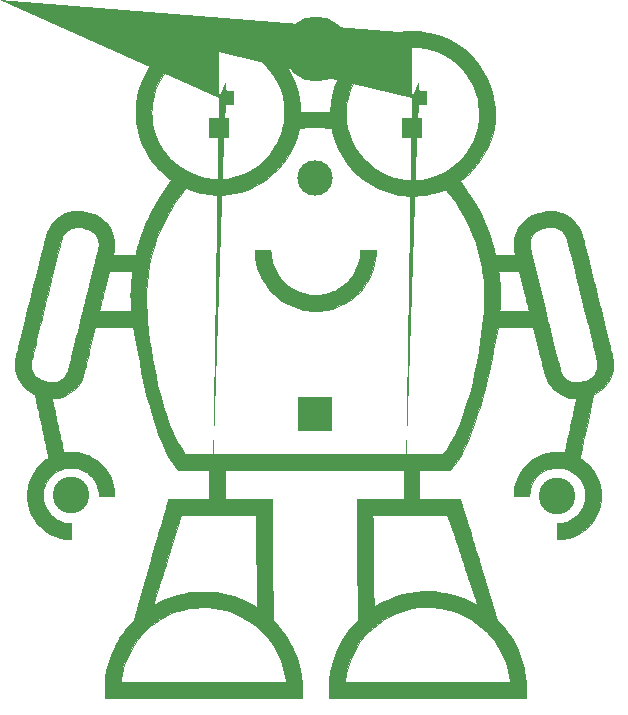
<source format=gbr>
%TF.GenerationSoftware,KiCad,Pcbnew,7.0.6*%
%TF.CreationDate,2023-07-28T13:42:51+02:00*%
%TF.ProjectId,robi,726f6269-2e6b-4696-9361-645f70636258,rev?*%
%TF.SameCoordinates,Original*%
%TF.FileFunction,Soldermask,Top*%
%TF.FilePolarity,Negative*%
%FSLAX46Y46*%
G04 Gerber Fmt 4.6, Leading zero omitted, Abs format (unit mm)*
G04 Created by KiCad (PCBNEW 7.0.6) date 2023-07-28 13:42:51*
%MOMM*%
%LPD*%
G01*
G04 APERTURE LIST*
G04 Aperture macros list*
%AMFreePoly0*
4,1,101,0.523063,1.238106,0.538902,1.238106,0.551715,1.228796,0.566779,1.223902,0.576088,1.211088,0.588902,1.201779,0.593796,1.186715,0.603106,1.173902,0.603106,1.158062,0.608000,1.143000,0.608000,0.609600,0.609600,0.609600,0.609600,0.608000,1.143000,0.608000,1.158063,0.603106,1.173902,0.603106,1.186715,0.593796,1.201779,0.588902,1.211088,0.576088,1.223902,0.566779,
1.228796,0.551715,1.238106,0.538902,1.238106,0.523062,1.243000,0.508000,1.243000,-0.508000,1.238106,-0.523062,1.238106,-0.538902,1.228796,-0.551715,1.223902,-0.566779,1.211088,-0.576088,1.201779,-0.588902,1.186715,-0.593796,1.173902,-0.603106,1.158063,-0.603106,1.143000,-0.608000,0.609600,-0.608000,0.609600,-0.609600,0.608000,-0.609600,0.608000,-1.143000,0.603106,-1.158062,
0.603106,-1.173902,0.593796,-1.186715,0.588902,-1.201779,0.576088,-1.211088,0.566779,-1.223902,0.551715,-1.228796,0.538902,-1.238106,0.523063,-1.238106,0.508000,-1.243000,-0.508000,-1.243000,-0.523063,-1.238106,-0.538902,-1.238106,-0.551715,-1.228796,-0.566779,-1.223902,-0.576088,-1.211088,-0.588902,-1.201779,-0.593796,-1.186715,-0.603106,-1.173902,-0.603106,-1.158062,-0.608000,-1.143000,
-0.608000,-0.609600,-0.609600,-0.609600,-0.609600,-0.608000,-1.143000,-0.608000,-1.158063,-0.603106,-1.173902,-0.603106,-1.186715,-0.593796,-1.201779,-0.588902,-1.211088,-0.576088,-1.223902,-0.566779,-1.228796,-0.551715,-1.238106,-0.538902,-1.238106,-0.523062,-1.243000,-0.508000,-1.243000,0.508000,-1.238106,0.523062,-1.238106,0.538902,-1.228796,0.551715,-1.223902,0.566779,-1.211088,0.576088,
-1.201779,0.588902,-1.186715,0.593796,-1.173902,0.603106,-1.158063,0.603106,-1.143000,0.608000,-0.609600,0.608000,-0.609600,0.609600,-0.608000,0.609600,-0.608000,1.143000,-0.603106,1.158062,-0.603106,1.173902,-0.593796,1.186715,-0.588902,1.201779,-0.576088,1.211088,-0.566779,1.223902,-0.551715,1.228796,-0.538902,1.238106,-0.523063,1.238106,-0.508000,1.243000,0.508000,1.243000,
0.523063,1.238106,0.523063,1.238106,$1*%
G04 Aperture macros list end*
%ADD10C,0.010000*%
%ADD11R,1.800000X1.800000*%
%ADD12FreePoly0,90.000000*%
%ADD13C,3.100000*%
%ADD14C,5.500000*%
%ADD15R,3.000000X3.000000*%
%ADD16C,3.000000*%
G04 APERTURE END LIST*
%TO.C,Ref\u002A\u002A*%
D10*
X73724706Y-62225038D02*
X73733311Y-62307426D01*
X73737921Y-62389742D01*
X73738166Y-62407530D01*
X73744038Y-62509347D01*
X73760328Y-62640413D01*
X73785049Y-62789499D01*
X73816215Y-62945378D01*
X73851838Y-63096823D01*
X73875889Y-63185652D01*
X74004411Y-63557184D01*
X74169579Y-63910060D01*
X74369025Y-64242057D01*
X74600382Y-64550955D01*
X74861284Y-64834533D01*
X75149363Y-65090567D01*
X75462253Y-65316838D01*
X75797585Y-65511124D01*
X76152993Y-65671204D01*
X76526111Y-65794855D01*
X76703164Y-65838919D01*
X77098305Y-65906087D01*
X77492163Y-65931080D01*
X77883376Y-65914054D01*
X78270579Y-65855169D01*
X78652410Y-65754580D01*
X79027505Y-65612446D01*
X79150462Y-65556027D01*
X79500131Y-65367649D01*
X79819706Y-65151382D01*
X80111860Y-64904882D01*
X80379264Y-64625804D01*
X80624591Y-64311807D01*
X80707481Y-64190584D01*
X80864999Y-63923538D01*
X81003467Y-63631240D01*
X81120080Y-63322692D01*
X81212035Y-63006895D01*
X81276527Y-62692853D01*
X81310752Y-62389568D01*
X81315659Y-62237959D01*
X81315833Y-62126834D01*
X82655872Y-62126834D01*
X82642838Y-62396709D01*
X82600132Y-62852357D01*
X82517531Y-63297478D01*
X82396626Y-63729961D01*
X82239010Y-64147698D01*
X82046273Y-64548580D01*
X81820009Y-64930496D01*
X81561809Y-65291339D01*
X81273266Y-65628998D01*
X80955970Y-65941366D01*
X80611515Y-66226331D01*
X80241493Y-66481786D01*
X79847494Y-66705621D01*
X79431112Y-66895727D01*
X79174707Y-66991519D01*
X78852940Y-67089424D01*
X78513167Y-67169601D01*
X78246666Y-67216835D01*
X78157453Y-67227349D01*
X78039551Y-67237161D01*
X77901914Y-67245931D01*
X77753496Y-67253316D01*
X77603249Y-67258976D01*
X77460127Y-67262568D01*
X77333083Y-67263750D01*
X77231070Y-67262182D01*
X77167166Y-67258033D01*
X77112987Y-67251757D01*
X77030910Y-67242328D01*
X76935098Y-67231371D01*
X76892000Y-67226457D01*
X76449737Y-67155077D01*
X76017680Y-67043814D01*
X75598261Y-66894400D01*
X75193914Y-66708564D01*
X74807070Y-66488039D01*
X74440163Y-66234555D01*
X74095624Y-65949842D01*
X73775887Y-65635632D01*
X73483385Y-65293656D01*
X73220549Y-64925644D01*
X72989812Y-64533328D01*
X72922815Y-64402250D01*
X72747892Y-64009130D01*
X72608792Y-63610128D01*
X72503894Y-63198988D01*
X72431579Y-62769453D01*
X72392540Y-62354375D01*
X72378443Y-62126834D01*
X73711245Y-62126834D01*
X73724706Y-62225038D01*
G36*
X73724706Y-62225038D02*
G01*
X73733311Y-62307426D01*
X73737921Y-62389742D01*
X73738166Y-62407530D01*
X73744038Y-62509347D01*
X73760328Y-62640413D01*
X73785049Y-62789499D01*
X73816215Y-62945378D01*
X73851838Y-63096823D01*
X73875889Y-63185652D01*
X74004411Y-63557184D01*
X74169579Y-63910060D01*
X74369025Y-64242057D01*
X74600382Y-64550955D01*
X74861284Y-64834533D01*
X75149363Y-65090567D01*
X75462253Y-65316838D01*
X75797585Y-65511124D01*
X76152993Y-65671204D01*
X76526111Y-65794855D01*
X76703164Y-65838919D01*
X77098305Y-65906087D01*
X77492163Y-65931080D01*
X77883376Y-65914054D01*
X78270579Y-65855169D01*
X78652410Y-65754580D01*
X79027505Y-65612446D01*
X79150462Y-65556027D01*
X79500131Y-65367649D01*
X79819706Y-65151382D01*
X80111860Y-64904882D01*
X80379264Y-64625804D01*
X80624591Y-64311807D01*
X80707481Y-64190584D01*
X80864999Y-63923538D01*
X81003467Y-63631240D01*
X81120080Y-63322692D01*
X81212035Y-63006895D01*
X81276527Y-62692853D01*
X81310752Y-62389568D01*
X81315659Y-62237959D01*
X81315833Y-62126834D01*
X82655872Y-62126834D01*
X82642838Y-62396709D01*
X82600132Y-62852357D01*
X82517531Y-63297478D01*
X82396626Y-63729961D01*
X82239010Y-64147698D01*
X82046273Y-64548580D01*
X81820009Y-64930496D01*
X81561809Y-65291339D01*
X81273266Y-65628998D01*
X80955970Y-65941366D01*
X80611515Y-66226331D01*
X80241493Y-66481786D01*
X79847494Y-66705621D01*
X79431112Y-66895727D01*
X79174707Y-66991519D01*
X78852940Y-67089424D01*
X78513167Y-67169601D01*
X78246666Y-67216835D01*
X78157453Y-67227349D01*
X78039551Y-67237161D01*
X77901914Y-67245931D01*
X77753496Y-67253316D01*
X77603249Y-67258976D01*
X77460127Y-67262568D01*
X77333083Y-67263750D01*
X77231070Y-67262182D01*
X77167166Y-67258033D01*
X77112987Y-67251757D01*
X77030910Y-67242328D01*
X76935098Y-67231371D01*
X76892000Y-67226457D01*
X76449737Y-67155077D01*
X76017680Y-67043814D01*
X75598261Y-66894400D01*
X75193914Y-66708564D01*
X74807070Y-66488039D01*
X74440163Y-66234555D01*
X74095624Y-65949842D01*
X73775887Y-65635632D01*
X73483385Y-65293656D01*
X73220549Y-64925644D01*
X72989812Y-64533328D01*
X72922815Y-64402250D01*
X72747892Y-64009130D01*
X72608792Y-63610128D01*
X72503894Y-63198988D01*
X72431579Y-62769453D01*
X72392540Y-62354375D01*
X72378443Y-62126834D01*
X73711245Y-62126834D01*
X73724706Y-62225038D01*
G37*
X69518810Y-43495079D02*
X69734459Y-43501806D01*
X69929526Y-43512956D01*
X70093563Y-43528524D01*
X70096748Y-43528916D01*
X70643012Y-43617330D01*
X71174420Y-43744953D01*
X71689709Y-43911172D01*
X72187615Y-44115371D01*
X72666872Y-44356938D01*
X73126216Y-44635259D01*
X73564383Y-44949719D01*
X73980109Y-45299706D01*
X74225051Y-45533285D01*
X74588666Y-45926302D01*
X74920841Y-46346268D01*
X75219993Y-46790338D01*
X75484537Y-47255667D01*
X75712891Y-47739407D01*
X75903472Y-48238714D01*
X76054696Y-48750741D01*
X76085335Y-48876828D01*
X76136724Y-49121579D01*
X76180901Y-49379874D01*
X76216362Y-49639891D01*
X76241600Y-49889807D01*
X76255110Y-50117799D01*
X76257000Y-50224563D01*
X76257000Y-50422273D01*
X76558625Y-50406095D01*
X76688409Y-50400732D01*
X76851616Y-50396491D01*
X77040351Y-50393371D01*
X77246715Y-50391372D01*
X77462812Y-50390493D01*
X77680746Y-50390733D01*
X77892620Y-50392094D01*
X78090536Y-50394573D01*
X78266598Y-50398170D01*
X78412910Y-50402886D01*
X78482243Y-50406201D01*
X78770737Y-50422486D01*
X78784819Y-50215701D01*
X78815419Y-49853136D01*
X78856403Y-49520704D01*
X78909462Y-49207107D01*
X78976290Y-48901046D01*
X78990197Y-48844750D01*
X79141073Y-48330232D01*
X79330362Y-47831605D01*
X79556510Y-47350800D01*
X79817964Y-46889750D01*
X80113171Y-46450387D01*
X80440578Y-46034643D01*
X80798631Y-45644450D01*
X81185777Y-45281742D01*
X81600463Y-44948448D01*
X82041135Y-44646503D01*
X82506240Y-44377838D01*
X82633841Y-44312240D01*
X83125246Y-44088267D01*
X83624814Y-43905166D01*
X84135547Y-43762067D01*
X84660448Y-43658098D01*
X85072916Y-43604490D01*
X85238699Y-43591873D01*
X85435104Y-43583843D01*
X85650708Y-43580314D01*
X85874086Y-43581200D01*
X86093814Y-43586414D01*
X86298468Y-43595869D01*
X86476623Y-43609480D01*
X86533416Y-43615537D01*
X87077587Y-43700112D01*
X87607051Y-43824248D01*
X88120746Y-43987431D01*
X88617609Y-44189147D01*
X89096575Y-44428883D01*
X89556582Y-44706125D01*
X89996565Y-45020359D01*
X90415463Y-45371071D01*
X90673612Y-45616037D01*
X91039913Y-46009484D01*
X91370242Y-46423135D01*
X91664594Y-46854901D01*
X91922965Y-47302695D01*
X92145351Y-47764428D01*
X92331749Y-48238012D01*
X92482154Y-48721360D01*
X92596561Y-49212383D01*
X92674967Y-49708993D01*
X92717368Y-50209103D01*
X92723760Y-50710625D01*
X92694138Y-51211470D01*
X92628498Y-51709551D01*
X92526837Y-52202779D01*
X92389150Y-52689067D01*
X92215433Y-53166326D01*
X92005683Y-53632469D01*
X91759894Y-54085408D01*
X91478063Y-54523055D01*
X91160185Y-54943321D01*
X90806257Y-55344119D01*
X90692935Y-55460364D01*
X90500213Y-55646782D01*
X90299919Y-55828064D01*
X90101899Y-55995688D01*
X89915999Y-56141135D01*
X89853758Y-56186553D01*
X89745100Y-56264093D01*
X90033675Y-56650389D01*
X90483414Y-57282055D01*
X90894552Y-57922311D01*
X91270446Y-58577144D01*
X91614449Y-59252541D01*
X91929917Y-59954492D01*
X92052680Y-60253584D01*
X92133622Y-60464374D01*
X92220688Y-60705687D01*
X92310390Y-60966819D01*
X92399236Y-61237067D01*
X92483735Y-61505728D01*
X92560397Y-61762097D01*
X92625731Y-61995471D01*
X92646352Y-62073917D01*
X92760737Y-62518417D01*
X93601456Y-62523953D01*
X93812274Y-62525254D01*
X93984562Y-62526016D01*
X94122121Y-62526091D01*
X94228753Y-62525335D01*
X94308259Y-62523602D01*
X94364440Y-62520747D01*
X94401098Y-62516624D01*
X94422035Y-62511088D01*
X94431050Y-62503993D01*
X94431947Y-62495194D01*
X94431202Y-62492203D01*
X94353758Y-62157234D01*
X94328347Y-61925750D01*
X95656479Y-61925750D01*
X96944053Y-67101000D01*
X97058467Y-67560698D01*
X97170462Y-68010324D01*
X97279589Y-68448095D01*
X97385401Y-68872229D01*
X97487452Y-69280943D01*
X97585294Y-69672454D01*
X97678479Y-70044980D01*
X97766560Y-70396738D01*
X97849090Y-70725946D01*
X97925622Y-71030821D01*
X97995708Y-71309580D01*
X98058902Y-71560440D01*
X98114755Y-71781620D01*
X98162820Y-71971337D01*
X98202651Y-72127807D01*
X98233799Y-72249249D01*
X98255818Y-72333880D01*
X98268261Y-72379916D01*
X98270449Y-72387104D01*
X98352747Y-72566825D01*
X98469438Y-72742442D01*
X98612909Y-72904578D01*
X98775548Y-73043854D01*
X98839274Y-73087853D01*
X99030938Y-73194267D01*
X99227517Y-73267219D01*
X99433753Y-73307213D01*
X99654390Y-73314755D01*
X99894170Y-73290348D01*
X100157836Y-73234498D01*
X100175333Y-73229944D01*
X100391471Y-73165905D01*
X100573274Y-73095457D01*
X100728647Y-73015014D01*
X100865494Y-72920989D01*
X100877873Y-72911176D01*
X101027433Y-72767344D01*
X101159854Y-72593140D01*
X101268706Y-72399148D01*
X101347558Y-72195953D01*
X101373433Y-72095589D01*
X101380795Y-72062438D01*
X101387757Y-72032121D01*
X101393978Y-72003100D01*
X101399116Y-71973841D01*
X101402831Y-71942808D01*
X101404782Y-71908466D01*
X101404628Y-71869280D01*
X101402026Y-71823713D01*
X101396638Y-71770230D01*
X101388121Y-71707296D01*
X101376134Y-71633375D01*
X101360337Y-71546932D01*
X101340389Y-71446431D01*
X101315947Y-71330337D01*
X101286672Y-71197114D01*
X101252223Y-71045228D01*
X101212257Y-70873141D01*
X101166435Y-70679320D01*
X101114416Y-70462227D01*
X101055857Y-70220329D01*
X100990419Y-69952089D01*
X100917759Y-69655972D01*
X100837538Y-69330442D01*
X100749414Y-68973964D01*
X100653046Y-68585003D01*
X100548093Y-68162023D01*
X100434214Y-67703488D01*
X100311068Y-67207863D01*
X100178314Y-66673612D01*
X100092549Y-66328417D01*
X99951294Y-65760010D01*
X99819819Y-65231379D01*
X99697787Y-64741194D01*
X99584857Y-64288125D01*
X99480691Y-63870842D01*
X99384951Y-63488016D01*
X99297297Y-63138316D01*
X99217391Y-62820412D01*
X99144894Y-62532974D01*
X99079467Y-62274673D01*
X99020771Y-62044178D01*
X98968467Y-61840160D01*
X98922217Y-61661288D01*
X98881681Y-61506232D01*
X98846521Y-61373663D01*
X98816398Y-61262251D01*
X98790974Y-61170665D01*
X98769908Y-61097576D01*
X98752863Y-61041654D01*
X98739500Y-61001568D01*
X98729480Y-60975989D01*
X98728210Y-60973250D01*
X98609381Y-60767166D01*
X98463523Y-60586699D01*
X98319872Y-60456748D01*
X98132884Y-60330232D01*
X97942045Y-60238312D01*
X97742705Y-60180245D01*
X97530214Y-60155283D01*
X97299922Y-60162682D01*
X97047179Y-60201696D01*
X96915666Y-60231646D01*
X96729005Y-60283024D01*
X96566016Y-60337919D01*
X96435965Y-60393209D01*
X96435491Y-60393443D01*
X96236735Y-60514653D01*
X96059368Y-60669756D01*
X95907537Y-60853980D01*
X95785391Y-61062555D01*
X95722002Y-61214174D01*
X95694102Y-61296389D01*
X95675529Y-61364943D01*
X95664400Y-61432737D01*
X95658833Y-61512675D01*
X95656948Y-61617659D01*
X95656812Y-61661167D01*
X95656479Y-61925750D01*
X94328347Y-61925750D01*
X94316661Y-61819302D01*
X94319472Y-61482199D01*
X94361754Y-61149715D01*
X94443067Y-60825643D01*
X94562974Y-60513774D01*
X94687747Y-60273292D01*
X94877876Y-59989039D01*
X95098728Y-59733807D01*
X95349649Y-59508203D01*
X95629982Y-59312832D01*
X95868956Y-59181664D01*
X95972008Y-59132738D01*
X96066923Y-59092235D01*
X96163993Y-59056621D01*
X96273513Y-59022364D01*
X96405777Y-58985933D01*
X96537971Y-58952071D01*
X96796933Y-58891307D01*
X97025608Y-58847640D01*
X97232229Y-58820604D01*
X97425026Y-58809729D01*
X97612230Y-58814546D01*
X97802072Y-58834588D01*
X98000112Y-58868849D01*
X98318901Y-58953867D01*
X98623457Y-59076791D01*
X98910499Y-59234813D01*
X99176747Y-59425125D01*
X99418922Y-59644919D01*
X99633742Y-59891388D01*
X99817928Y-60161723D01*
X99968200Y-60453118D01*
X100029675Y-60606061D01*
X100040740Y-60642946D01*
X100061387Y-60718806D01*
X100091086Y-60831507D01*
X100129307Y-60978915D01*
X100175520Y-61158897D01*
X100229195Y-61369319D01*
X100289802Y-61608048D01*
X100356810Y-61872951D01*
X100429690Y-62161894D01*
X100507912Y-62472743D01*
X100590944Y-62803365D01*
X100678259Y-63151627D01*
X100769324Y-63515395D01*
X100863610Y-63892535D01*
X100960588Y-64280915D01*
X101059727Y-64678400D01*
X101160496Y-65082857D01*
X101262366Y-65492153D01*
X101364807Y-65904154D01*
X101467289Y-66316726D01*
X101569281Y-66727737D01*
X101670254Y-67135053D01*
X101769677Y-67536539D01*
X101867020Y-67930064D01*
X101961753Y-68313493D01*
X102053347Y-68684692D01*
X102141270Y-69041529D01*
X102224994Y-69381870D01*
X102303987Y-69703581D01*
X102377720Y-70004529D01*
X102445663Y-70282580D01*
X102507286Y-70535602D01*
X102562058Y-70761459D01*
X102609449Y-70958020D01*
X102648930Y-71123150D01*
X102679970Y-71254716D01*
X102702039Y-71350584D01*
X102714607Y-71408622D01*
X102717102Y-71422369D01*
X102729326Y-71550214D01*
X102734077Y-71704782D01*
X102731876Y-71873669D01*
X102723246Y-72044471D01*
X102708710Y-72204783D01*
X102688789Y-72342203D01*
X102675797Y-72403250D01*
X102570775Y-72743951D01*
X102431415Y-73060796D01*
X102258632Y-73352597D01*
X102053341Y-73618162D01*
X101816455Y-73856302D01*
X101548890Y-74065826D01*
X101266028Y-74237869D01*
X101054972Y-74350584D01*
X100490026Y-76975250D01*
X100419613Y-77302399D01*
X100351551Y-77618671D01*
X100286382Y-77921535D01*
X100224651Y-78208461D01*
X100166902Y-78476917D01*
X100113681Y-78724373D01*
X100065530Y-78948298D01*
X100022994Y-79146161D01*
X99986617Y-79315431D01*
X99956944Y-79453577D01*
X99934519Y-79558068D01*
X99919885Y-79626373D01*
X99913588Y-79655962D01*
X99913495Y-79656412D01*
X99911208Y-79685257D01*
X99921758Y-79711424D01*
X99951302Y-79741699D01*
X100005997Y-79782868D01*
X100065080Y-79823523D01*
X100381609Y-80062835D01*
X100672500Y-80333267D01*
X100932850Y-80630057D01*
X101033821Y-80764084D01*
X101120607Y-80895735D01*
X101213565Y-81055222D01*
X101306577Y-81230443D01*
X101393523Y-81409294D01*
X101468282Y-81579675D01*
X101524735Y-81729483D01*
X101529780Y-81744855D01*
X101631574Y-82128648D01*
X101692076Y-82517872D01*
X101711289Y-82909531D01*
X101689214Y-83300629D01*
X101625852Y-83688170D01*
X101528843Y-84045937D01*
X101389998Y-84406965D01*
X101216295Y-84747581D01*
X101010299Y-85065791D01*
X100774576Y-85359604D01*
X100511692Y-85627027D01*
X100224215Y-85866068D01*
X99914709Y-86074733D01*
X99585741Y-86251030D01*
X99239878Y-86392968D01*
X98879685Y-86498553D01*
X98507728Y-86565792D01*
X98254458Y-86588334D01*
X97995166Y-86601934D01*
X97995166Y-85262000D01*
X98121416Y-85262000D01*
X98236907Y-85254753D01*
X98377132Y-85234952D01*
X98527417Y-85205507D01*
X98673088Y-85169328D01*
X98799471Y-85129325D01*
X98809823Y-85125476D01*
X99106373Y-84991920D01*
X99376339Y-84826361D01*
X99618012Y-84631009D01*
X99829685Y-84408074D01*
X100009651Y-84159768D01*
X100156203Y-83888300D01*
X100267632Y-83595880D01*
X100342233Y-83284719D01*
X100366545Y-83110224D01*
X100377600Y-82964475D01*
X100377781Y-82825873D01*
X100366339Y-82680215D01*
X100342523Y-82513302D01*
X100331764Y-82450813D01*
X100259691Y-82164367D01*
X100148755Y-81888821D01*
X100001812Y-81627896D01*
X99821718Y-81385311D01*
X99611329Y-81164786D01*
X99373502Y-80970042D01*
X99111092Y-80804798D01*
X99038835Y-80766946D01*
X98787118Y-80662523D01*
X98514430Y-80589504D01*
X98228729Y-80548388D01*
X97937975Y-80539673D01*
X97650127Y-80563860D01*
X97373146Y-80621447D01*
X97262586Y-80655504D01*
X96976189Y-80774825D01*
X96709077Y-80929708D01*
X96464563Y-81116851D01*
X96245956Y-81332951D01*
X96056569Y-81574705D01*
X95899713Y-81838810D01*
X95778700Y-82121962D01*
X95771544Y-82142743D01*
X95729510Y-82284452D01*
X95693270Y-82440109D01*
X95665559Y-82595167D01*
X95649110Y-82735080D01*
X95645751Y-82811959D01*
X95645666Y-82912500D01*
X94312166Y-82912500D01*
X94312166Y-82779653D01*
X94324786Y-82541224D01*
X94361277Y-82280714D01*
X94419586Y-82009511D01*
X94497662Y-81739000D01*
X94502224Y-81725168D01*
X94643176Y-81365392D01*
X94818763Y-81026993D01*
X95026374Y-80711714D01*
X95263397Y-80421295D01*
X95527220Y-80157479D01*
X95815232Y-79922008D01*
X96124819Y-79716623D01*
X96453372Y-79543067D01*
X96798276Y-79403082D01*
X97156922Y-79298409D01*
X97526696Y-79230790D01*
X97904988Y-79201967D01*
X98270333Y-79212143D01*
X98376414Y-79220485D01*
X98471007Y-79227854D01*
X98543959Y-79233463D01*
X98585123Y-79236526D01*
X98585672Y-79236564D01*
X98593761Y-79236624D01*
X98601508Y-79234105D01*
X98609459Y-79226717D01*
X98618158Y-79212168D01*
X98628151Y-79188168D01*
X98639986Y-79152424D01*
X98654206Y-79102647D01*
X98671358Y-79036546D01*
X98691988Y-78951828D01*
X98716642Y-78846204D01*
X98745864Y-78717382D01*
X98780202Y-78563071D01*
X98820200Y-78380980D01*
X98866405Y-78168818D01*
X98919361Y-77924294D01*
X98979616Y-77645117D01*
X99047714Y-77328996D01*
X99119300Y-76996417D01*
X99184310Y-76694410D01*
X99246946Y-76403548D01*
X99306620Y-76126565D01*
X99362740Y-75866189D01*
X99414718Y-75625154D01*
X99461965Y-75406190D01*
X99503889Y-75212028D01*
X99539903Y-75045401D01*
X99569417Y-74909039D01*
X99591840Y-74805674D01*
X99606583Y-74738037D01*
X99613057Y-74708860D01*
X99613188Y-74708317D01*
X99615769Y-74688190D01*
X99606807Y-74674530D01*
X99579121Y-74665297D01*
X99525534Y-74658452D01*
X99438866Y-74651956D01*
X99407643Y-74649918D01*
X99079583Y-74608053D01*
X98762245Y-74526897D01*
X98458729Y-74408801D01*
X98172138Y-74256115D01*
X97905572Y-74071191D01*
X97662133Y-73856380D01*
X97444922Y-73614033D01*
X97257041Y-73346500D01*
X97101591Y-73056133D01*
X97011171Y-72833348D01*
X96997930Y-72789858D01*
X96975352Y-72708337D01*
X96944226Y-72591858D01*
X96905338Y-72443495D01*
X96859475Y-72266321D01*
X96807425Y-72063411D01*
X96749973Y-71837838D01*
X96687909Y-71592675D01*
X96622018Y-71330996D01*
X96553088Y-71055876D01*
X96481906Y-70770387D01*
X96450154Y-70642598D01*
X95946752Y-68614417D01*
X92946916Y-68603629D01*
X92865712Y-69074690D01*
X92733670Y-69813425D01*
X92592658Y-70550809D01*
X92443553Y-71283382D01*
X92287232Y-72007683D01*
X92124571Y-72720251D01*
X91956448Y-73417624D01*
X91783739Y-74096343D01*
X91607320Y-74752947D01*
X91428069Y-75383973D01*
X91246862Y-75985962D01*
X91064576Y-76555453D01*
X90882088Y-77088984D01*
X90730194Y-77504417D01*
X90535082Y-78002661D01*
X90341027Y-78460937D01*
X90146790Y-78881548D01*
X89951132Y-79266798D01*
X89752814Y-79618988D01*
X89550595Y-79940422D01*
X89343236Y-80233403D01*
X89129498Y-80500235D01*
X89098261Y-80536480D01*
X88946416Y-80711043D01*
X87639375Y-80711105D01*
X86332333Y-80711167D01*
X86332333Y-83208834D01*
X89779097Y-83208834D01*
X89811669Y-83309375D01*
X89820701Y-83338427D01*
X89841541Y-83406201D01*
X89873647Y-83510927D01*
X89916480Y-83650834D01*
X89969498Y-83824152D01*
X90032160Y-84029111D01*
X90103927Y-84263941D01*
X90184258Y-84526871D01*
X90272611Y-84816130D01*
X90368446Y-85129950D01*
X90471223Y-85466558D01*
X90580400Y-85824186D01*
X90695437Y-86201062D01*
X90815794Y-86595416D01*
X90940930Y-87005478D01*
X91070304Y-87429478D01*
X91203376Y-87865646D01*
X91339604Y-88312210D01*
X91371157Y-88415651D01*
X92898073Y-93421384D01*
X93060078Y-93598074D01*
X93457864Y-94056959D01*
X93814831Y-94522041D01*
X94132323Y-94995741D01*
X94411684Y-95480480D01*
X94654260Y-95978678D01*
X94861395Y-96492756D01*
X95034434Y-97025135D01*
X95102246Y-97274084D01*
X95170318Y-97555358D01*
X95226288Y-97824548D01*
X95271229Y-98090291D01*
X95306211Y-98361227D01*
X95332306Y-98645994D01*
X95350586Y-98953231D01*
X95362122Y-99291577D01*
X95364144Y-99385459D01*
X95376699Y-100036334D01*
X78642892Y-100036334D01*
X78654846Y-99374875D01*
X78660960Y-99110570D01*
X78669555Y-98879780D01*
X78679728Y-98702834D01*
X80018587Y-98702834D01*
X93999598Y-98702834D01*
X93984799Y-98559959D01*
X93970214Y-98446105D01*
X93947667Y-98302968D01*
X93919360Y-98142359D01*
X93887497Y-97976089D01*
X93854281Y-97815968D01*
X93821915Y-97673809D01*
X93812065Y-97633917D01*
X93660862Y-97120791D01*
X93472000Y-96624767D01*
X93247228Y-96147476D01*
X92988292Y-95690548D01*
X92696939Y-95255614D01*
X92374916Y-94844305D01*
X92023970Y-94458250D01*
X91645847Y-94099080D01*
X91242296Y-93768426D01*
X90815063Y-93467919D01*
X90365894Y-93199189D01*
X89896538Y-92963866D01*
X89408740Y-92763581D01*
X88904248Y-92599964D01*
X88384808Y-92474647D01*
X88258500Y-92450521D01*
X88032692Y-92412346D01*
X87824961Y-92383837D01*
X87622411Y-92363896D01*
X87412151Y-92351427D01*
X87181286Y-92345333D01*
X87009666Y-92344269D01*
X86853139Y-92345565D01*
X86693632Y-92349181D01*
X86541961Y-92354708D01*
X86408941Y-92361736D01*
X86305388Y-92369856D01*
X86290000Y-92371482D01*
X85741325Y-92453586D01*
X85206696Y-92575259D01*
X84687529Y-92735753D01*
X84185242Y-92934321D01*
X83701252Y-93170214D01*
X83236975Y-93442686D01*
X82793829Y-93750988D01*
X82373230Y-94094374D01*
X81976596Y-94472095D01*
X81667332Y-94810296D01*
X81336754Y-95227427D01*
X81038676Y-95670679D01*
X80774348Y-96137614D01*
X80545022Y-96625794D01*
X80351948Y-97132781D01*
X80196379Y-97656137D01*
X80185897Y-97697417D01*
X80151115Y-97847357D01*
X80116470Y-98016675D01*
X80084390Y-98191787D01*
X80057301Y-98359109D01*
X80037633Y-98505057D01*
X80031980Y-98558735D01*
X80018587Y-98702834D01*
X78679728Y-98702834D01*
X78681402Y-98673722D01*
X78697275Y-98483615D01*
X78717947Y-98300673D01*
X78744191Y-98116114D01*
X78776779Y-97921155D01*
X78788485Y-97856167D01*
X78915535Y-97277609D01*
X79082443Y-96712494D01*
X79288452Y-96162323D01*
X79532807Y-95628598D01*
X79814750Y-95112820D01*
X80133525Y-94616490D01*
X80488376Y-94141110D01*
X80878545Y-93688183D01*
X80899884Y-93665167D01*
X81126389Y-93421750D01*
X81114697Y-92564500D01*
X81113232Y-92448611D01*
X81111453Y-92293276D01*
X81109385Y-92101384D01*
X81107057Y-91875821D01*
X81104496Y-91619474D01*
X81101728Y-91335230D01*
X81098780Y-91025977D01*
X81095680Y-90694600D01*
X81092454Y-90343989D01*
X81089130Y-89977028D01*
X81085735Y-89596607D01*
X81082295Y-89205610D01*
X81078838Y-88806926D01*
X81075391Y-88403442D01*
X81072465Y-88056000D01*
X81069084Y-87655559D01*
X81065685Y-87260340D01*
X81062294Y-86872998D01*
X81058936Y-86496187D01*
X81055638Y-86132562D01*
X81052424Y-85784777D01*
X81049320Y-85455486D01*
X81046352Y-85147345D01*
X81043546Y-84863007D01*
X81040926Y-84605126D01*
X81040266Y-84542334D01*
X82352591Y-84542334D01*
X82363895Y-84992125D01*
X82365500Y-85068335D01*
X82367501Y-85183929D01*
X82369859Y-85335959D01*
X82372538Y-85521478D01*
X82375500Y-85737538D01*
X82378707Y-85981192D01*
X82382123Y-86249491D01*
X82385710Y-86539490D01*
X82389431Y-86848240D01*
X82393248Y-87172794D01*
X82397125Y-87510204D01*
X82401023Y-87857523D01*
X82404906Y-88211804D01*
X82406306Y-88341750D01*
X82410203Y-88700054D01*
X82414153Y-89053885D01*
X82418119Y-89400168D01*
X82422059Y-89735826D01*
X82425936Y-90057784D01*
X82429709Y-90362966D01*
X82433339Y-90648297D01*
X82436788Y-90910701D01*
X82440015Y-91147102D01*
X82442981Y-91354425D01*
X82445648Y-91529594D01*
X82447975Y-91669532D01*
X82449924Y-91771165D01*
X82450443Y-91794332D01*
X82463472Y-92347081D01*
X82741611Y-92180253D01*
X82866291Y-92107901D01*
X83012958Y-92026592D01*
X83165211Y-91945213D01*
X83306647Y-91872652D01*
X83337250Y-91857493D01*
X83849919Y-91625810D01*
X84369260Y-91431750D01*
X84900547Y-91273777D01*
X85449050Y-91150352D01*
X86020043Y-91059939D01*
X86110083Y-91048877D01*
X86258382Y-91035073D01*
X86438746Y-91024261D01*
X86641754Y-91016509D01*
X86857982Y-91011886D01*
X87078008Y-91010463D01*
X87292410Y-91012308D01*
X87491764Y-91017491D01*
X87666648Y-91026080D01*
X87792833Y-91036513D01*
X88376588Y-91118205D01*
X88950178Y-91237575D01*
X89510032Y-91393527D01*
X90052580Y-91584970D01*
X90574251Y-91810810D01*
X90954529Y-92004762D01*
X91054545Y-92058776D01*
X91140610Y-92104170D01*
X91206329Y-92137657D01*
X91245311Y-92155953D01*
X91253234Y-92158245D01*
X91247411Y-92137714D01*
X91228944Y-92079799D01*
X91198739Y-91987221D01*
X91157704Y-91862701D01*
X91106744Y-91708963D01*
X91046767Y-91528726D01*
X90978677Y-91324713D01*
X90903383Y-91099645D01*
X90821789Y-90856244D01*
X90734804Y-90597232D01*
X90643332Y-90325330D01*
X90595474Y-90183250D01*
X90483052Y-89849580D01*
X90361049Y-89487374D01*
X90231963Y-89104056D01*
X90098293Y-88707049D01*
X89962537Y-88303775D01*
X89827194Y-87901658D01*
X89694762Y-87508119D01*
X89567740Y-87130583D01*
X89448626Y-86776471D01*
X89339919Y-86453206D01*
X89314816Y-86378542D01*
X88697503Y-84542334D01*
X82352591Y-84542334D01*
X81040266Y-84542334D01*
X81038519Y-84376358D01*
X81036349Y-84179357D01*
X81034443Y-84016777D01*
X81032826Y-83891272D01*
X81031547Y-83806792D01*
X81021169Y-83208834D01*
X84998833Y-83208834D01*
X84998833Y-80711167D01*
X69864666Y-80711167D01*
X69864666Y-83230000D01*
X73822833Y-83230000D01*
X73823893Y-83277625D01*
X73824189Y-83302863D01*
X73824870Y-83368576D01*
X73825917Y-83472905D01*
X73827313Y-83613994D01*
X73829040Y-83789986D01*
X73831081Y-83999023D01*
X73833416Y-84239249D01*
X73836028Y-84508805D01*
X73838900Y-84805835D01*
X73842012Y-85128482D01*
X73845348Y-85474887D01*
X73848890Y-85843196D01*
X73852619Y-86231548D01*
X73856517Y-86638089D01*
X73860567Y-87060960D01*
X73864750Y-87498305D01*
X73869049Y-87948265D01*
X73873147Y-88377623D01*
X73921341Y-93429996D01*
X74089045Y-93612464D01*
X74431043Y-94002086D01*
X74737051Y-94388739D01*
X75012157Y-94779693D01*
X75261448Y-95182214D01*
X75490011Y-95603571D01*
X75508735Y-95640665D01*
X75747751Y-96160268D01*
X75950542Y-96693349D01*
X76115239Y-97234344D01*
X76239972Y-97777691D01*
X76256158Y-97864822D01*
X76285401Y-98032028D01*
X76309203Y-98180570D01*
X76328220Y-98318226D01*
X76343107Y-98452773D01*
X76354516Y-98591989D01*
X76363103Y-98743649D01*
X76369522Y-98915532D01*
X76374428Y-99115414D01*
X76377869Y-99311375D01*
X76389133Y-100036334D01*
X59678622Y-100036334D01*
X59689538Y-99321959D01*
X59693533Y-99098421D01*
X59698304Y-98910627D01*
X59704202Y-98751990D01*
X59706865Y-98702834D01*
X61040828Y-98702834D01*
X75029833Y-98702834D01*
X75017120Y-98612875D01*
X74952953Y-98206574D01*
X74879321Y-97833925D01*
X74793992Y-97486868D01*
X74694739Y-97157345D01*
X74579330Y-96837298D01*
X74445537Y-96518667D01*
X74425347Y-96474009D01*
X74223223Y-96062518D01*
X74003715Y-95679348D01*
X73761515Y-95316907D01*
X73491315Y-94967600D01*
X73187806Y-94623835D01*
X72986880Y-94416453D01*
X72783358Y-94217641D01*
X72595244Y-94044782D01*
X72412766Y-93889800D01*
X72226154Y-93744614D01*
X72025638Y-93601148D01*
X71889477Y-93509140D01*
X71430935Y-93230056D01*
X70954647Y-92988621D01*
X70463013Y-92785249D01*
X69958430Y-92620352D01*
X69443294Y-92494345D01*
X68920004Y-92407643D01*
X68390958Y-92360658D01*
X67858554Y-92353805D01*
X67325188Y-92387499D01*
X66793258Y-92462151D01*
X66359225Y-92554370D01*
X65842220Y-92702829D01*
X65342340Y-92889051D01*
X64861225Y-93111399D01*
X64400515Y-93368237D01*
X63961852Y-93657928D01*
X63546874Y-93978834D01*
X63157223Y-94329320D01*
X62794538Y-94707749D01*
X62460461Y-95112483D01*
X62156632Y-95541886D01*
X61884691Y-95994321D01*
X61646278Y-96468152D01*
X61443034Y-96961741D01*
X61276600Y-97473452D01*
X61221131Y-97681126D01*
X61179512Y-97862622D01*
X61137825Y-98073024D01*
X61098476Y-98298975D01*
X61063869Y-98527120D01*
X61049577Y-98634042D01*
X61040828Y-98702834D01*
X59706865Y-98702834D01*
X59711575Y-98615924D01*
X59720772Y-98495841D01*
X59732144Y-98385153D01*
X59744255Y-98290084D01*
X59836671Y-97737619D01*
X59958797Y-97210335D01*
X60112759Y-96701298D01*
X60300681Y-96203574D01*
X60524690Y-95710232D01*
X60552176Y-95654834D01*
X60775847Y-95235532D01*
X61017835Y-94837127D01*
X61283490Y-94451955D01*
X61578166Y-94072350D01*
X61907213Y-93690648D01*
X61977781Y-93613205D01*
X62144812Y-93431478D01*
X62506719Y-92168053D01*
X63789192Y-92168053D01*
X63805932Y-92166957D01*
X63848904Y-92147857D01*
X63900958Y-92119361D01*
X64010307Y-92058341D01*
X64148038Y-91985941D01*
X64303580Y-91907361D01*
X64466363Y-91827803D01*
X64625818Y-91752468D01*
X64771374Y-91686556D01*
X64845425Y-91654627D01*
X65313573Y-91476370D01*
X65808720Y-91323126D01*
X66322181Y-91197130D01*
X66845269Y-91100621D01*
X67165916Y-91057121D01*
X67291686Y-91046136D01*
X67451522Y-91037920D01*
X67637251Y-91032423D01*
X67840700Y-91029595D01*
X68053695Y-91029386D01*
X68268064Y-91031746D01*
X68475633Y-91036625D01*
X68668229Y-91043974D01*
X68837678Y-91053741D01*
X68975809Y-91065878D01*
X68996833Y-91068324D01*
X69562365Y-91157004D01*
X70121862Y-91283603D01*
X70670855Y-91446555D01*
X71204875Y-91644291D01*
X71719453Y-91875244D01*
X72210121Y-92137846D01*
X72436416Y-92275042D01*
X72504365Y-92317521D01*
X72556328Y-92349248D01*
X72583885Y-92365111D01*
X72586200Y-92365979D01*
X72586106Y-92344895D01*
X72585495Y-92283608D01*
X72584394Y-92184242D01*
X72582830Y-92048923D01*
X72580827Y-91879777D01*
X72578413Y-91678930D01*
X72575613Y-91448507D01*
X72572454Y-91190634D01*
X72568961Y-90907437D01*
X72565161Y-90601041D01*
X72561079Y-90273573D01*
X72556743Y-89927157D01*
X72552177Y-89563920D01*
X72547408Y-89185987D01*
X72542462Y-88795483D01*
X72539926Y-88595750D01*
X72534865Y-88197522D01*
X72529939Y-87809501D01*
X72525173Y-87433912D01*
X72520597Y-87072978D01*
X72516239Y-86728923D01*
X72512126Y-86403974D01*
X72508287Y-86100352D01*
X72504750Y-85820284D01*
X72501542Y-85565993D01*
X72498693Y-85339703D01*
X72496230Y-85143640D01*
X72494181Y-84980026D01*
X72492574Y-84851088D01*
X72491437Y-84759048D01*
X72490799Y-84706131D01*
X72490683Y-84695792D01*
X72489333Y-84563500D01*
X69319625Y-84563523D01*
X66149916Y-84563546D01*
X64969233Y-88357648D01*
X64848312Y-88746322D01*
X64730811Y-89124194D01*
X64617344Y-89489277D01*
X64508526Y-89839586D01*
X64404973Y-90173136D01*
X64307300Y-90487939D01*
X64216121Y-90782011D01*
X64132052Y-91053364D01*
X64055707Y-91300014D01*
X63987702Y-91519975D01*
X63928652Y-91711260D01*
X63879171Y-91871884D01*
X63839875Y-91999860D01*
X63811379Y-92093203D01*
X63794297Y-92149928D01*
X63789192Y-92168053D01*
X62506719Y-92168053D01*
X63599243Y-88354029D01*
X63728767Y-87901903D01*
X63855302Y-87460303D01*
X63978347Y-87030968D01*
X64097403Y-86615640D01*
X64211971Y-86216057D01*
X64321551Y-85833959D01*
X64425643Y-85471088D01*
X64523748Y-85129183D01*
X64615367Y-84809984D01*
X64699999Y-84515232D01*
X64777146Y-84246665D01*
X64846307Y-84006025D01*
X64906983Y-83795051D01*
X64958675Y-83615484D01*
X65000882Y-83469063D01*
X65033106Y-83357529D01*
X65054847Y-83282622D01*
X65065605Y-83246081D01*
X65066672Y-83242707D01*
X65071948Y-83236560D01*
X65084536Y-83231197D01*
X65107123Y-83226566D01*
X65142397Y-83222614D01*
X65193044Y-83219287D01*
X65261751Y-83216534D01*
X65351207Y-83214302D01*
X65464097Y-83212538D01*
X65603111Y-83211189D01*
X65770934Y-83210203D01*
X65970254Y-83209527D01*
X66203758Y-83209109D01*
X66474133Y-83208895D01*
X66784067Y-83208834D01*
X68510000Y-83208834D01*
X68510000Y-80711167D01*
X65908832Y-80711167D01*
X65764559Y-80547125D01*
X65557360Y-80296120D01*
X65359188Y-80023742D01*
X65168133Y-79726617D01*
X64982288Y-79401370D01*
X64799745Y-79044627D01*
X64618596Y-78653013D01*
X64436933Y-78223153D01*
X64403216Y-78139417D01*
X64217874Y-77653974D01*
X64033507Y-77127694D01*
X63850484Y-76562067D01*
X63669171Y-75958585D01*
X63489934Y-75318738D01*
X63313141Y-74644019D01*
X63139160Y-73935918D01*
X62968355Y-73195926D01*
X62801096Y-72425536D01*
X62637748Y-71626237D01*
X62478678Y-70799521D01*
X62324254Y-69946880D01*
X62181794Y-69111834D01*
X62160521Y-68984119D01*
X62140858Y-68867384D01*
X62124135Y-68769430D01*
X62111683Y-68698060D01*
X62105035Y-68662042D01*
X62093136Y-68603833D01*
X60488687Y-68603834D01*
X58884239Y-68603834D01*
X58392322Y-70588209D01*
X58321293Y-70874287D01*
X58252260Y-71151457D01*
X58186013Y-71416595D01*
X58123341Y-71666579D01*
X58065034Y-71898286D01*
X58011882Y-72108596D01*
X57964675Y-72294384D01*
X57924202Y-72452528D01*
X57891253Y-72579907D01*
X57866618Y-72673398D01*
X57851086Y-72729879D01*
X57848242Y-72739389D01*
X57730210Y-73047604D01*
X57576556Y-73336249D01*
X57390369Y-73602891D01*
X57174735Y-73845097D01*
X56932744Y-74060435D01*
X56667481Y-74246470D01*
X56382036Y-74400770D01*
X56079497Y-74520903D01*
X55762950Y-74604434D01*
X55435485Y-74648931D01*
X55423708Y-74649762D01*
X55336108Y-74657738D01*
X55266967Y-74667819D01*
X55225345Y-74678469D01*
X55217333Y-74684778D01*
X55221678Y-74708063D01*
X55234251Y-74769333D01*
X55254356Y-74865361D01*
X55281300Y-74992916D01*
X55314386Y-75148772D01*
X55352921Y-75329698D01*
X55396210Y-75532465D01*
X55443557Y-75753846D01*
X55494269Y-75990611D01*
X55547651Y-76239531D01*
X55603007Y-76497377D01*
X55659643Y-76760921D01*
X55716864Y-77026933D01*
X55773976Y-77292186D01*
X55830284Y-77553449D01*
X55885093Y-77807495D01*
X55937708Y-78051094D01*
X55987434Y-78281017D01*
X56033578Y-78494037D01*
X56075443Y-78686923D01*
X56112336Y-78856447D01*
X56143561Y-78999380D01*
X56168425Y-79112493D01*
X56186231Y-79192558D01*
X56196286Y-79236346D01*
X56198297Y-79243853D01*
X56220522Y-79243991D01*
X56272420Y-79238515D01*
X56329823Y-79230515D01*
X56664676Y-79198709D01*
X57014189Y-79201387D01*
X57369610Y-79237764D01*
X57722186Y-79307055D01*
X57972478Y-79377886D01*
X58119834Y-79432121D01*
X58289382Y-79505586D01*
X58469306Y-79592302D01*
X58647792Y-79686288D01*
X58813023Y-79781564D01*
X58953184Y-79872150D01*
X58963833Y-79879633D01*
X59091741Y-79978573D01*
X59234944Y-80103290D01*
X59384515Y-80244841D01*
X59531526Y-80394285D01*
X59667051Y-80542679D01*
X59782161Y-80681081D01*
X59836229Y-80753500D01*
X60031538Y-81062742D01*
X60196912Y-81393263D01*
X60329893Y-81738154D01*
X60428019Y-82090505D01*
X60488832Y-82443409D01*
X60505343Y-82632726D01*
X60510696Y-82760517D01*
X60510284Y-82848682D01*
X60504129Y-82896304D01*
X60498459Y-82904829D01*
X60472600Y-82906724D01*
X60409774Y-82908104D01*
X60315344Y-82908947D01*
X60194675Y-82909234D01*
X60053129Y-82908940D01*
X59896071Y-82908046D01*
X59831447Y-82907526D01*
X59186083Y-82901917D01*
X59172463Y-82711417D01*
X59130193Y-82408865D01*
X59049068Y-82117979D01*
X58931690Y-81841870D01*
X58780664Y-81583649D01*
X58598595Y-81346425D01*
X58388085Y-81133312D01*
X58151738Y-80947418D01*
X57892160Y-80791855D01*
X57611953Y-80669734D01*
X57411353Y-80607484D01*
X57109967Y-80549706D01*
X56808593Y-80532334D01*
X56510701Y-80553622D01*
X56219760Y-80611822D01*
X55939238Y-80705187D01*
X55672606Y-80831970D01*
X55423332Y-80990424D01*
X55194886Y-81178801D01*
X54990736Y-81395355D01*
X54814352Y-81638338D01*
X54669203Y-81906002D01*
X54623953Y-82011333D01*
X54570878Y-82149232D01*
X54531267Y-82268217D01*
X54503218Y-82379072D01*
X54484824Y-82492578D01*
X54474182Y-82619519D01*
X54469385Y-82770676D01*
X54468493Y-82891334D01*
X54468738Y-83034208D01*
X54470546Y-83144097D01*
X54474793Y-83230340D01*
X54482359Y-83302279D01*
X54494119Y-83369255D01*
X54510952Y-83440609D01*
X54525117Y-83494086D01*
X54625085Y-83784373D01*
X54762234Y-84060254D01*
X54933044Y-84317388D01*
X55133993Y-84551433D01*
X55361562Y-84758050D01*
X55612231Y-84932897D01*
X55757083Y-85013147D01*
X55920928Y-85085807D01*
X56104679Y-85150095D01*
X56295775Y-85202739D01*
X56481654Y-85240466D01*
X56649757Y-85260005D01*
X56712355Y-85262000D01*
X56826000Y-85262000D01*
X56826000Y-86595500D01*
X56675258Y-86595500D01*
X56586758Y-86592166D01*
X56474628Y-86583225D01*
X56356954Y-86570267D01*
X56299549Y-86562465D01*
X55912996Y-86485097D01*
X55541688Y-86369819D01*
X55187952Y-86218570D01*
X54854120Y-86033283D01*
X54542519Y-85815897D01*
X54255480Y-85568346D01*
X53995332Y-85292567D01*
X53764403Y-84990497D01*
X53565023Y-84664070D01*
X53399522Y-84315225D01*
X53311724Y-84078892D01*
X53255811Y-83904587D01*
X53212681Y-83752277D01*
X53180753Y-83611618D01*
X53158442Y-83472268D01*
X53144167Y-83323884D01*
X53136345Y-83156124D01*
X53133393Y-82958645D01*
X53133243Y-82912500D01*
X53135308Y-82690451D01*
X53143329Y-82500287D01*
X53158786Y-82331794D01*
X53183160Y-82174761D01*
X53217932Y-82018975D01*
X53264582Y-81854226D01*
X53304886Y-81728735D01*
X53431655Y-81405454D01*
X53592416Y-81090215D01*
X53782926Y-80788532D01*
X53998942Y-80505921D01*
X54236221Y-80247896D01*
X54490519Y-80019969D01*
X54757594Y-79827657D01*
X54777261Y-79815296D01*
X54844196Y-79770935D01*
X54894392Y-79732524D01*
X54919014Y-79706973D01*
X54920136Y-79703543D01*
X54915887Y-79680856D01*
X54903379Y-79619875D01*
X54883250Y-79523578D01*
X54856138Y-79394942D01*
X54822684Y-79236945D01*
X54783524Y-79052566D01*
X54739298Y-78844782D01*
X54690645Y-78616571D01*
X54638204Y-78370911D01*
X54582612Y-78110781D01*
X54524509Y-77839157D01*
X54464534Y-77559019D01*
X54403325Y-77273343D01*
X54341521Y-76985109D01*
X54279761Y-76697293D01*
X54218683Y-76412874D01*
X54158927Y-76134829D01*
X54101130Y-75866137D01*
X54045931Y-75609776D01*
X53993970Y-75368723D01*
X53945885Y-75145956D01*
X53902315Y-74944454D01*
X53863898Y-74767194D01*
X53831273Y-74617154D01*
X53805079Y-74497312D01*
X53785955Y-74410646D01*
X53774538Y-74360135D01*
X53771409Y-74347756D01*
X53752124Y-74337027D01*
X53704118Y-74311644D01*
X53636319Y-74276310D01*
X53607187Y-74261234D01*
X53308677Y-74083969D01*
X53038675Y-73876049D01*
X52798586Y-73639338D01*
X52589819Y-73375702D01*
X52413780Y-73087009D01*
X52271877Y-72775122D01*
X52165516Y-72441909D01*
X52134272Y-72308000D01*
X52117117Y-72196089D01*
X52105044Y-72055182D01*
X52098176Y-71897185D01*
X52097728Y-71849781D01*
X53423383Y-71849781D01*
X53441224Y-72014613D01*
X53475911Y-72179987D01*
X53513840Y-72300275D01*
X53604232Y-72489762D01*
X53727094Y-72671172D01*
X53874729Y-72835878D01*
X54039438Y-72975252D01*
X54207384Y-73077657D01*
X54284138Y-73110197D01*
X54391406Y-73148467D01*
X54518331Y-73189231D01*
X54654053Y-73229255D01*
X54787714Y-73265303D01*
X54908455Y-73294141D01*
X54984500Y-73309176D01*
X55078449Y-73318401D01*
X55197430Y-73320431D01*
X55324849Y-73315784D01*
X55444114Y-73304977D01*
X55521533Y-73292449D01*
X55609657Y-73268137D01*
X55715871Y-73230633D01*
X55821024Y-73186878D01*
X55849616Y-73173515D01*
X55943653Y-73124627D01*
X56023522Y-73073355D01*
X56101929Y-73010287D01*
X56191583Y-72926008D01*
X56214692Y-72903073D01*
X56344677Y-72760838D01*
X56444374Y-72620983D01*
X56522654Y-72469811D01*
X56565168Y-72362035D01*
X56572931Y-72334110D01*
X56590436Y-72266863D01*
X56617241Y-72162061D01*
X56652903Y-72021474D01*
X56696982Y-71846867D01*
X56749034Y-71640010D01*
X56808618Y-71402671D01*
X56875292Y-71136616D01*
X56948614Y-70843615D01*
X57028141Y-70525436D01*
X57113432Y-70183845D01*
X57204045Y-69820611D01*
X57299537Y-69437502D01*
X57399467Y-69036286D01*
X57503393Y-68618730D01*
X57610872Y-68186603D01*
X57721463Y-67741673D01*
X57834724Y-67285707D01*
X57842482Y-67254459D01*
X59218841Y-67254459D01*
X59239240Y-67257212D01*
X59298436Y-67259813D01*
X59392896Y-67262222D01*
X59519083Y-67264397D01*
X59673463Y-67266296D01*
X59852500Y-67267878D01*
X60052659Y-67269103D01*
X60270405Y-67269927D01*
X60502203Y-67270311D01*
X60575234Y-67270334D01*
X61932634Y-67270334D01*
X61919284Y-67148625D01*
X61909717Y-67040536D01*
X61900605Y-66899123D01*
X61892230Y-66733397D01*
X61884878Y-66552367D01*
X61878833Y-66365042D01*
X61874379Y-66180434D01*
X61871799Y-66007551D01*
X61871379Y-65855402D01*
X61873401Y-65732999D01*
X61874056Y-65714584D01*
X61875358Y-65686791D01*
X63210809Y-65686791D01*
X63211457Y-66475766D01*
X63217429Y-66656500D01*
X63255522Y-67397098D01*
X63312294Y-68155789D01*
X63386855Y-68927467D01*
X63478319Y-69707022D01*
X63585798Y-70489346D01*
X63708404Y-71269332D01*
X63845248Y-72041872D01*
X63995444Y-72801858D01*
X64158104Y-73544181D01*
X64332339Y-74263733D01*
X64517263Y-74955407D01*
X64711986Y-75614095D01*
X64847129Y-76033334D01*
X65045189Y-76598675D01*
X65248004Y-77122914D01*
X65456059Y-77607064D01*
X65669841Y-78052139D01*
X65889833Y-78459154D01*
X66116522Y-78829124D01*
X66332766Y-79139479D01*
X66509750Y-79377541D01*
X77421166Y-79377430D01*
X88332583Y-79377320D01*
X88432157Y-79252439D01*
X88657177Y-78948002D01*
X88879648Y-78602938D01*
X89099003Y-78218908D01*
X89314674Y-77797573D01*
X89526096Y-77340591D01*
X89732702Y-76849625D01*
X89933923Y-76326333D01*
X90129194Y-75772377D01*
X90317948Y-75189417D01*
X90499617Y-74579113D01*
X90673635Y-73943126D01*
X90839434Y-73283115D01*
X90996449Y-72600742D01*
X91144111Y-71897666D01*
X91281855Y-71175548D01*
X91377845Y-70625250D01*
X91492909Y-69903986D01*
X91590301Y-69218038D01*
X91670313Y-68564389D01*
X91733237Y-67940023D01*
X91779364Y-67341923D01*
X91808987Y-66767072D01*
X91822398Y-66212453D01*
X91823315Y-66021500D01*
X91812295Y-65410610D01*
X91778937Y-64826118D01*
X91722152Y-64257809D01*
X91664999Y-63862500D01*
X92999026Y-63862500D01*
X93009280Y-63910125D01*
X93026390Y-64006414D01*
X93044536Y-64138527D01*
X93063172Y-64299985D01*
X93081754Y-64484307D01*
X93099735Y-64685015D01*
X93116571Y-64895629D01*
X93131716Y-65109668D01*
X93144626Y-65320654D01*
X93154753Y-65522107D01*
X93161554Y-65707547D01*
X93162036Y-65725167D01*
X93164407Y-65870102D01*
X93164627Y-66033578D01*
X93162913Y-66208911D01*
X93159479Y-66389416D01*
X93154544Y-66568412D01*
X93148323Y-66739214D01*
X93141033Y-66895138D01*
X93132890Y-67029502D01*
X93124110Y-67135620D01*
X93114910Y-67206811D01*
X93113901Y-67212125D01*
X93102303Y-67270334D01*
X94352818Y-67270334D01*
X94578546Y-67270073D01*
X94791185Y-67269321D01*
X94987048Y-67268126D01*
X95162447Y-67266533D01*
X95313694Y-67264591D01*
X95437102Y-67262345D01*
X95528984Y-67259842D01*
X95585651Y-67257130D01*
X95603516Y-67254459D01*
X95598570Y-67231938D01*
X95584177Y-67171404D01*
X95561091Y-67075928D01*
X95530064Y-66948583D01*
X95491852Y-66792441D01*
X95447207Y-66610573D01*
X95396884Y-66406053D01*
X95341635Y-66181953D01*
X95282215Y-65941344D01*
X95219377Y-65687299D01*
X95185511Y-65550542D01*
X94767321Y-63862500D01*
X92999026Y-63862500D01*
X91664999Y-63862500D01*
X91640849Y-63695466D01*
X91533939Y-63128874D01*
X91496158Y-62954059D01*
X91309991Y-62208388D01*
X91086724Y-61480491D01*
X90825797Y-60769215D01*
X90526651Y-60073404D01*
X90188729Y-59391905D01*
X89811470Y-58723563D01*
X89394315Y-58067224D01*
X88936707Y-57421733D01*
X88615461Y-57005121D01*
X88559673Y-56935035D01*
X88398776Y-57002016D01*
X87909158Y-57184713D01*
X87413321Y-57327264D01*
X86908052Y-57430301D01*
X86390139Y-57494458D01*
X85856371Y-57520365D01*
X85760833Y-57521013D01*
X85509678Y-57518934D01*
X85288788Y-57511644D01*
X85086304Y-57498155D01*
X84890368Y-57477483D01*
X84689124Y-57448642D01*
X84501416Y-57416306D01*
X83975224Y-57299047D01*
X83465079Y-57143533D01*
X82972557Y-56951292D01*
X82499238Y-56723852D01*
X82046698Y-56462742D01*
X81616515Y-56169491D01*
X81210265Y-55845627D01*
X80829528Y-55492678D01*
X80475880Y-55112173D01*
X80150898Y-54705640D01*
X79856161Y-54274608D01*
X79593245Y-53820605D01*
X79363729Y-53345159D01*
X79169189Y-52849799D01*
X79011203Y-52336054D01*
X78935428Y-52023347D01*
X78914691Y-51930629D01*
X78896783Y-51854577D01*
X78883805Y-51803862D01*
X78878207Y-51787139D01*
X78851880Y-51780502D01*
X78788990Y-51772827D01*
X78695284Y-51764478D01*
X78576509Y-51755816D01*
X78438414Y-51747205D01*
X78286746Y-51739008D01*
X78127251Y-51731586D01*
X77965677Y-51725302D01*
X77832463Y-51721166D01*
X77582629Y-51717682D01*
X77308535Y-51719547D01*
X77023870Y-51726340D01*
X76742321Y-51737640D01*
X76477576Y-51753026D01*
X76274730Y-51769115D01*
X76133711Y-51782068D01*
X76108027Y-51922076D01*
X76080205Y-52051190D01*
X76039659Y-52209101D01*
X75989545Y-52385363D01*
X75933020Y-52569531D01*
X75873244Y-52751160D01*
X75813373Y-52919806D01*
X75779928Y-53007355D01*
X75562375Y-53502290D01*
X75309581Y-53975483D01*
X75023282Y-54425360D01*
X74705212Y-54850344D01*
X74357106Y-55248860D01*
X73980699Y-55619333D01*
X73577725Y-55960186D01*
X73149919Y-56269844D01*
X72699017Y-56546731D01*
X72226752Y-56789271D01*
X71734860Y-56995889D01*
X71225075Y-57165009D01*
X71192161Y-57174439D01*
X70675632Y-57299261D01*
X70148609Y-57384113D01*
X69614999Y-57428833D01*
X69078708Y-57433259D01*
X68543643Y-57397231D01*
X68013713Y-57320586D01*
X67950174Y-57308558D01*
X67718785Y-57258031D01*
X67467550Y-57193465D01*
X67212565Y-57119493D01*
X66969926Y-57040743D01*
X66784916Y-56973317D01*
X66530916Y-56874709D01*
X66471718Y-56944896D01*
X66339730Y-57106635D01*
X66192518Y-57296111D01*
X66036399Y-57504616D01*
X65877691Y-57723444D01*
X65722712Y-57943889D01*
X65577777Y-58157244D01*
X65452644Y-58349380D01*
X65047576Y-59026523D01*
X64682159Y-59718271D01*
X64356598Y-60423864D01*
X64071097Y-61142541D01*
X63825860Y-61873543D01*
X63621093Y-62616107D01*
X63456999Y-63369475D01*
X63333784Y-64132885D01*
X63251652Y-64905578D01*
X63210809Y-65686791D01*
X61875358Y-65686791D01*
X61884925Y-65482686D01*
X61899496Y-65237628D01*
X61917088Y-64987376D01*
X61937020Y-64739894D01*
X61958611Y-64503147D01*
X61981177Y-64285099D01*
X62004039Y-64093714D01*
X62025759Y-63941664D01*
X62038478Y-63862078D01*
X60057946Y-63873084D01*
X59638897Y-65555834D01*
X59574339Y-65815217D01*
X59512795Y-66062765D01*
X59455026Y-66295404D01*
X59401791Y-66510055D01*
X59353852Y-66703645D01*
X59311970Y-66873096D01*
X59276904Y-67015333D01*
X59249417Y-67127280D01*
X59230268Y-67205861D01*
X59220217Y-67248000D01*
X59218841Y-67254459D01*
X57842482Y-67254459D01*
X57885674Y-67080497D01*
X58021146Y-66534760D01*
X58146785Y-66028555D01*
X58262961Y-65560329D01*
X58370045Y-65128527D01*
X58468407Y-64731596D01*
X58558417Y-64367984D01*
X58640446Y-64036136D01*
X58714865Y-63734498D01*
X58782044Y-63461519D01*
X58842352Y-63215643D01*
X58896162Y-62995317D01*
X58943843Y-62798989D01*
X58985765Y-62625104D01*
X59022299Y-62472110D01*
X59053816Y-62338452D01*
X59080686Y-62222577D01*
X59103279Y-62122932D01*
X59121966Y-62037963D01*
X59137117Y-61966117D01*
X59149103Y-61905840D01*
X59158295Y-61855579D01*
X59165061Y-61813781D01*
X59169774Y-61778891D01*
X59172804Y-61749356D01*
X59174520Y-61723624D01*
X59175294Y-61700140D01*
X59175495Y-61677351D01*
X59175500Y-61671569D01*
X59168020Y-61494214D01*
X59142857Y-61339335D01*
X59095921Y-61189319D01*
X59028176Y-61036750D01*
X58923432Y-60854303D01*
X58798746Y-60697776D01*
X58667341Y-60572910D01*
X58555738Y-60487401D01*
X58433900Y-60414815D01*
X58293782Y-60351508D01*
X58127336Y-60293838D01*
X57929791Y-60238992D01*
X57697994Y-60187245D01*
X57494189Y-60158445D01*
X57310510Y-60153037D01*
X57139088Y-60171471D01*
X56972055Y-60214193D01*
X56801543Y-60281653D01*
X56749786Y-60306169D01*
X56556923Y-60423160D01*
X56381681Y-60574376D01*
X56230103Y-60753321D01*
X56108231Y-60953502D01*
X56069404Y-61037468D01*
X56059540Y-61069296D01*
X56040116Y-61140108D01*
X56011659Y-61247775D01*
X55974698Y-61390168D01*
X55929760Y-61565156D01*
X55877374Y-61770611D01*
X55818067Y-62004403D01*
X55752367Y-62264402D01*
X55680803Y-62548480D01*
X55603902Y-62854506D01*
X55522192Y-63180351D01*
X55436201Y-63523887D01*
X55346458Y-63882983D01*
X55253489Y-64255509D01*
X55157824Y-64639338D01*
X55059989Y-65032338D01*
X54960513Y-65432381D01*
X54859925Y-65837337D01*
X54758751Y-66245077D01*
X54657520Y-66653471D01*
X54556759Y-67060390D01*
X54456998Y-67463704D01*
X54358763Y-67861285D01*
X54262582Y-68251001D01*
X54168984Y-68630725D01*
X54078497Y-68998327D01*
X53991648Y-69351677D01*
X53908965Y-69688645D01*
X53830977Y-70007103D01*
X53758211Y-70304921D01*
X53691196Y-70579969D01*
X53630458Y-70830118D01*
X53576527Y-71053238D01*
X53529930Y-71247201D01*
X53491195Y-71409876D01*
X53460850Y-71539135D01*
X53439423Y-71632847D01*
X53427442Y-71688884D01*
X53425031Y-71703263D01*
X53423383Y-71849781D01*
X52097728Y-71849781D01*
X52096632Y-71734003D01*
X52100533Y-71577544D01*
X52110002Y-71439711D01*
X52124397Y-71336191D01*
X52134214Y-71291908D01*
X52153622Y-71209408D01*
X52182093Y-71090804D01*
X52219102Y-70938210D01*
X52264122Y-70753739D01*
X52316626Y-70539503D01*
X52376087Y-70297616D01*
X52441979Y-70030191D01*
X52513774Y-69739341D01*
X52590947Y-69427180D01*
X52672970Y-69095820D01*
X52759317Y-68747375D01*
X52849461Y-68383958D01*
X52942875Y-68007681D01*
X53039032Y-67620659D01*
X53137407Y-67225003D01*
X53237471Y-66822828D01*
X53338699Y-66416247D01*
X53440564Y-66007372D01*
X53542538Y-65598317D01*
X53644096Y-65191195D01*
X53744711Y-64788119D01*
X53843855Y-64391202D01*
X53941003Y-64002558D01*
X54035626Y-63624299D01*
X54127200Y-63258539D01*
X54215197Y-62907391D01*
X54299089Y-62572967D01*
X54378352Y-62257382D01*
X54452457Y-61962748D01*
X54520878Y-61691179D01*
X54583089Y-61444787D01*
X54638563Y-61225685D01*
X54686772Y-61035988D01*
X54727191Y-60877807D01*
X54759292Y-60753257D01*
X54782549Y-60664450D01*
X54796435Y-60613499D01*
X54799819Y-60602556D01*
X54936392Y-60297945D01*
X55106140Y-60016029D01*
X55305959Y-59758758D01*
X55532749Y-59528080D01*
X55783406Y-59325944D01*
X56054828Y-59154298D01*
X56343912Y-59015090D01*
X56647557Y-58910270D01*
X56962658Y-58841785D01*
X57286114Y-58811585D01*
X57614823Y-58821617D01*
X57632741Y-58823350D01*
X57771666Y-58841942D01*
X57936775Y-58871495D01*
X58116986Y-58909368D01*
X58301219Y-58952920D01*
X58478395Y-58999509D01*
X58637434Y-59046495D01*
X58767254Y-59091236D01*
X58783916Y-59097747D01*
X59088507Y-59241111D01*
X59367841Y-59416637D01*
X59620426Y-59621457D01*
X59844768Y-59852700D01*
X60039375Y-60107495D01*
X60202756Y-60382973D01*
X60333417Y-60676263D01*
X60429865Y-60984495D01*
X60490610Y-61304799D01*
X60514157Y-61634304D01*
X60499014Y-61970140D01*
X60446749Y-62295578D01*
X60428005Y-62383108D01*
X60413302Y-62454910D01*
X60404638Y-62501054D01*
X60403166Y-62512134D01*
X60423624Y-62515631D01*
X60482163Y-62518882D01*
X60574532Y-62521813D01*
X60696477Y-62524345D01*
X60843749Y-62526404D01*
X61012095Y-62527913D01*
X61197263Y-62528795D01*
X61343401Y-62529000D01*
X62283636Y-62529000D01*
X62297355Y-62460209D01*
X62319669Y-62360557D01*
X62352954Y-62228202D01*
X62395055Y-62070687D01*
X62443819Y-61895555D01*
X62497093Y-61710350D01*
X62552723Y-61522615D01*
X62608554Y-61339893D01*
X62662434Y-61169730D01*
X62688648Y-61089667D01*
X62836091Y-60661912D01*
X62985814Y-60262776D01*
X63143504Y-59878682D01*
X63314845Y-59496055D01*
X63505521Y-59101317D01*
X63597119Y-58920084D01*
X63921759Y-58314349D01*
X64259331Y-57742305D01*
X64614829Y-57196056D01*
X64993249Y-56667709D01*
X65163423Y-56445135D01*
X65343620Y-56213853D01*
X65283031Y-56169968D01*
X65074647Y-56011412D01*
X64856161Y-55831362D01*
X64635065Y-55636852D01*
X64418851Y-55434917D01*
X64215009Y-55232591D01*
X64031031Y-55036907D01*
X63874410Y-54854900D01*
X63849860Y-54824334D01*
X63523342Y-54380904D01*
X63236164Y-53922915D01*
X62987888Y-53449301D01*
X62778077Y-52958996D01*
X62606295Y-52450936D01*
X62472104Y-51924056D01*
X62375067Y-51377289D01*
X62347663Y-51162500D01*
X62335280Y-51016701D01*
X62326980Y-50839002D01*
X62322690Y-50639636D01*
X62322430Y-50483853D01*
X63649284Y-50483853D01*
X63662344Y-50834417D01*
X63719125Y-51328076D01*
X63813066Y-51802372D01*
X63944757Y-52259268D01*
X64114790Y-52700728D01*
X64323756Y-53128718D01*
X64387264Y-53242807D01*
X64646552Y-53654882D01*
X64937405Y-54040393D01*
X65257705Y-54397804D01*
X65605331Y-54725577D01*
X65978167Y-55022174D01*
X66374094Y-55286058D01*
X66790993Y-55515692D01*
X67226746Y-55709538D01*
X67679233Y-55866060D01*
X68146337Y-55983719D01*
X68171333Y-55988815D01*
X68297678Y-56013188D01*
X68425982Y-56036072D01*
X68542658Y-56055157D01*
X68634118Y-56068136D01*
X68647583Y-56069727D01*
X68773848Y-56080080D01*
X68931871Y-56087100D01*
X69111210Y-56090850D01*
X69301427Y-56091393D01*
X69492080Y-56088791D01*
X69672729Y-56083106D01*
X69832936Y-56074400D01*
X69962259Y-56062736D01*
X69969638Y-56061841D01*
X70408637Y-55990890D01*
X70831066Y-55887794D01*
X71244966Y-55750068D01*
X71658377Y-55575225D01*
X71856494Y-55478662D01*
X72273092Y-55243734D01*
X72667600Y-54973693D01*
X73037706Y-54670853D01*
X73381101Y-54337527D01*
X73695472Y-53976032D01*
X73978509Y-53588681D01*
X74227901Y-53177789D01*
X74311286Y-53020058D01*
X74480258Y-52661081D01*
X74619217Y-52305320D01*
X74732359Y-51940229D01*
X74823878Y-51553259D01*
X74854318Y-51395334D01*
X74870952Y-51301029D01*
X74883949Y-51217914D01*
X74893770Y-51138657D01*
X74900876Y-51055925D01*
X74905728Y-50962387D01*
X74908785Y-50850711D01*
X74910509Y-50713565D01*
X74910909Y-50633811D01*
X80119862Y-50633811D01*
X80122325Y-50824485D01*
X80128353Y-50999882D01*
X80138013Y-51150422D01*
X80148492Y-51247167D01*
X80238038Y-51744088D01*
X80365416Y-52222699D01*
X80530268Y-52682277D01*
X80732241Y-53122100D01*
X80970980Y-53541444D01*
X81246129Y-53939586D01*
X81557334Y-54315803D01*
X81759792Y-54529281D01*
X82117413Y-54858741D01*
X82498143Y-55153947D01*
X82899581Y-55414073D01*
X83319327Y-55638295D01*
X83754979Y-55825790D01*
X84204137Y-55975731D01*
X84664400Y-56087295D01*
X85133367Y-56159657D01*
X85608637Y-56191993D01*
X86087809Y-56183477D01*
X86470157Y-56146984D01*
X86949219Y-56063462D01*
X87416671Y-55939782D01*
X87870209Y-55777084D01*
X88307526Y-55576508D01*
X88726317Y-55339193D01*
X89124277Y-55066281D01*
X89499100Y-54758910D01*
X89740521Y-54529857D01*
X90070891Y-54168200D01*
X90367226Y-53782944D01*
X90628323Y-53376290D01*
X90852978Y-52950438D01*
X91039988Y-52507590D01*
X91188150Y-52049946D01*
X91263270Y-51744584D01*
X91309371Y-51509990D01*
X91343160Y-51285330D01*
X91366561Y-51054547D01*
X91381504Y-50801585D01*
X91383925Y-50739167D01*
X91380449Y-50258144D01*
X91336471Y-49785107D01*
X91253395Y-49322046D01*
X91132623Y-48870946D01*
X90975561Y-48433796D01*
X90783613Y-48012584D01*
X90558181Y-47609298D01*
X90300670Y-47225925D01*
X90012484Y-46864453D01*
X89695026Y-46526870D01*
X89349701Y-46215164D01*
X88977912Y-45931322D01*
X88581063Y-45677333D01*
X88160558Y-45455184D01*
X87717801Y-45266863D01*
X87454166Y-45174823D01*
X87172478Y-45091072D01*
X86902894Y-45026508D01*
X86633435Y-44979191D01*
X86352120Y-44947184D01*
X86046969Y-44928546D01*
X85904964Y-44924149D01*
X85666873Y-44920780D01*
X85459704Y-44923214D01*
X85272331Y-44932330D01*
X85093630Y-44949005D01*
X84912478Y-44974117D01*
X84717748Y-45008542D01*
X84639000Y-45024024D01*
X84170008Y-45139433D01*
X83716907Y-45293119D01*
X83281572Y-45483414D01*
X82865877Y-45708651D01*
X82471695Y-45967160D01*
X82100902Y-46257275D01*
X81755371Y-46577326D01*
X81436976Y-46925646D01*
X81147592Y-47300567D01*
X80889092Y-47700420D01*
X80663352Y-48123537D01*
X80472244Y-48568251D01*
X80386802Y-48808620D01*
X80288236Y-49146973D01*
X80205734Y-49515482D01*
X80158685Y-49786667D01*
X80144325Y-49909993D01*
X80133196Y-50065953D01*
X80125364Y-50244963D01*
X80120897Y-50437443D01*
X80119862Y-50633811D01*
X74910909Y-50633811D01*
X74911362Y-50543618D01*
X74911516Y-50485167D01*
X74911014Y-50262354D01*
X74907743Y-50073234D01*
X74900741Y-49909203D01*
X74889048Y-49761660D01*
X74871701Y-49622002D01*
X74847740Y-49481626D01*
X74816204Y-49331930D01*
X74776131Y-49164311D01*
X74754251Y-49077584D01*
X74613478Y-48607276D01*
X74436585Y-48158723D01*
X74223038Y-47730960D01*
X73972299Y-47323023D01*
X73683833Y-46933948D01*
X73357105Y-46562770D01*
X73356009Y-46561622D01*
X73013830Y-46233406D01*
X72642479Y-45933651D01*
X72246183Y-45664972D01*
X71829171Y-45429983D01*
X71395672Y-45231298D01*
X70949913Y-45071532D01*
X70941995Y-45069088D01*
X70573173Y-44968165D01*
X70210749Y-44895762D01*
X69842251Y-44850050D01*
X69455209Y-44829200D01*
X69293166Y-44827413D01*
X68815430Y-44845160D01*
X68356535Y-44899172D01*
X67911672Y-44990602D01*
X67476033Y-45120604D01*
X67044807Y-45290331D01*
X66721416Y-45444377D01*
X66308625Y-45678723D01*
X65918263Y-45947261D01*
X65552284Y-46247432D01*
X65212639Y-46576682D01*
X64901282Y-46932452D01*
X64620164Y-47312188D01*
X64371237Y-47713331D01*
X64156455Y-48133326D01*
X63977769Y-48569616D01*
X63837131Y-49019645D01*
X63768517Y-49311143D01*
X63702527Y-49700537D01*
X63662491Y-50095619D01*
X63649284Y-50483853D01*
X62322430Y-50483853D01*
X62322337Y-50428831D01*
X62325847Y-50216818D01*
X62333149Y-50013826D01*
X62344168Y-49830087D01*
X62358233Y-49680834D01*
X62434698Y-49175489D01*
X62542235Y-48693318D01*
X62683124Y-48226464D01*
X62859642Y-47767068D01*
X63007350Y-47442148D01*
X63264230Y-46957752D01*
X63553242Y-46500149D01*
X63872902Y-46070395D01*
X64221732Y-45669544D01*
X64598251Y-45298653D01*
X65000977Y-44958778D01*
X65428431Y-44650974D01*
X65879132Y-44376296D01*
X66351598Y-44135800D01*
X66844350Y-43930542D01*
X67355907Y-43761577D01*
X67884788Y-43629961D01*
X68429513Y-43536750D01*
X68497460Y-43527999D01*
X68659321Y-43512520D01*
X68852833Y-43501495D01*
X69067550Y-43494917D01*
X69293024Y-43492781D01*
X69518810Y-43495079D01*
G36*
X69518810Y-43495079D02*
G01*
X69734459Y-43501806D01*
X69929526Y-43512956D01*
X70093563Y-43528524D01*
X70096748Y-43528916D01*
X70643012Y-43617330D01*
X71174420Y-43744953D01*
X71689709Y-43911172D01*
X72187615Y-44115371D01*
X72666872Y-44356938D01*
X73126216Y-44635259D01*
X73564383Y-44949719D01*
X73980109Y-45299706D01*
X74225051Y-45533285D01*
X74588666Y-45926302D01*
X74920841Y-46346268D01*
X75219993Y-46790338D01*
X75484537Y-47255667D01*
X75712891Y-47739407D01*
X75903472Y-48238714D01*
X76054696Y-48750741D01*
X76085335Y-48876828D01*
X76136724Y-49121579D01*
X76180901Y-49379874D01*
X76216362Y-49639891D01*
X76241600Y-49889807D01*
X76255110Y-50117799D01*
X76257000Y-50224563D01*
X76257000Y-50422273D01*
X76558625Y-50406095D01*
X76688409Y-50400732D01*
X76851616Y-50396491D01*
X77040351Y-50393371D01*
X77246715Y-50391372D01*
X77462812Y-50390493D01*
X77680746Y-50390733D01*
X77892620Y-50392094D01*
X78090536Y-50394573D01*
X78266598Y-50398170D01*
X78412910Y-50402886D01*
X78482243Y-50406201D01*
X78770737Y-50422486D01*
X78784819Y-50215701D01*
X78815419Y-49853136D01*
X78856403Y-49520704D01*
X78909462Y-49207107D01*
X78976290Y-48901046D01*
X78990197Y-48844750D01*
X79141073Y-48330232D01*
X79330362Y-47831605D01*
X79556510Y-47350800D01*
X79817964Y-46889750D01*
X80113171Y-46450387D01*
X80440578Y-46034643D01*
X80798631Y-45644450D01*
X81185777Y-45281742D01*
X81600463Y-44948448D01*
X82041135Y-44646503D01*
X82506240Y-44377838D01*
X82633841Y-44312240D01*
X83125246Y-44088267D01*
X83624814Y-43905166D01*
X84135547Y-43762067D01*
X84660448Y-43658098D01*
X85072916Y-43604490D01*
X85238699Y-43591873D01*
X85435104Y-43583843D01*
X85650708Y-43580314D01*
X85874086Y-43581200D01*
X86093814Y-43586414D01*
X86298468Y-43595869D01*
X86476623Y-43609480D01*
X86533416Y-43615537D01*
X87077587Y-43700112D01*
X87607051Y-43824248D01*
X88120746Y-43987431D01*
X88617609Y-44189147D01*
X89096575Y-44428883D01*
X89556582Y-44706125D01*
X89996565Y-45020359D01*
X90415463Y-45371071D01*
X90673612Y-45616037D01*
X91039913Y-46009484D01*
X91370242Y-46423135D01*
X91664594Y-46854901D01*
X91922965Y-47302695D01*
X92145351Y-47764428D01*
X92331749Y-48238012D01*
X92482154Y-48721360D01*
X92596561Y-49212383D01*
X92674967Y-49708993D01*
X92717368Y-50209103D01*
X92723760Y-50710625D01*
X92694138Y-51211470D01*
X92628498Y-51709551D01*
X92526837Y-52202779D01*
X92389150Y-52689067D01*
X92215433Y-53166326D01*
X92005683Y-53632469D01*
X91759894Y-54085408D01*
X91478063Y-54523055D01*
X91160185Y-54943321D01*
X90806257Y-55344119D01*
X90692935Y-55460364D01*
X90500213Y-55646782D01*
X90299919Y-55828064D01*
X90101899Y-55995688D01*
X89915999Y-56141135D01*
X89853758Y-56186553D01*
X89745100Y-56264093D01*
X90033675Y-56650389D01*
X90483414Y-57282055D01*
X90894552Y-57922311D01*
X91270446Y-58577144D01*
X91614449Y-59252541D01*
X91929917Y-59954492D01*
X92052680Y-60253584D01*
X92133622Y-60464374D01*
X92220688Y-60705687D01*
X92310390Y-60966819D01*
X92399236Y-61237067D01*
X92483735Y-61505728D01*
X92560397Y-61762097D01*
X92625731Y-61995471D01*
X92646352Y-62073917D01*
X92760737Y-62518417D01*
X93601456Y-62523953D01*
X93812274Y-62525254D01*
X93984562Y-62526016D01*
X94122121Y-62526091D01*
X94228753Y-62525335D01*
X94308259Y-62523602D01*
X94364440Y-62520747D01*
X94401098Y-62516624D01*
X94422035Y-62511088D01*
X94431050Y-62503993D01*
X94431947Y-62495194D01*
X94431202Y-62492203D01*
X94353758Y-62157234D01*
X94328347Y-61925750D01*
X95656479Y-61925750D01*
X96944053Y-67101000D01*
X97058467Y-67560698D01*
X97170462Y-68010324D01*
X97279589Y-68448095D01*
X97385401Y-68872229D01*
X97487452Y-69280943D01*
X97585294Y-69672454D01*
X97678479Y-70044980D01*
X97766560Y-70396738D01*
X97849090Y-70725946D01*
X97925622Y-71030821D01*
X97995708Y-71309580D01*
X98058902Y-71560440D01*
X98114755Y-71781620D01*
X98162820Y-71971337D01*
X98202651Y-72127807D01*
X98233799Y-72249249D01*
X98255818Y-72333880D01*
X98268261Y-72379916D01*
X98270449Y-72387104D01*
X98352747Y-72566825D01*
X98469438Y-72742442D01*
X98612909Y-72904578D01*
X98775548Y-73043854D01*
X98839274Y-73087853D01*
X99030938Y-73194267D01*
X99227517Y-73267219D01*
X99433753Y-73307213D01*
X99654390Y-73314755D01*
X99894170Y-73290348D01*
X100157836Y-73234498D01*
X100175333Y-73229944D01*
X100391471Y-73165905D01*
X100573274Y-73095457D01*
X100728647Y-73015014D01*
X100865494Y-72920989D01*
X100877873Y-72911176D01*
X101027433Y-72767344D01*
X101159854Y-72593140D01*
X101268706Y-72399148D01*
X101347558Y-72195953D01*
X101373433Y-72095589D01*
X101380795Y-72062438D01*
X101387757Y-72032121D01*
X101393978Y-72003100D01*
X101399116Y-71973841D01*
X101402831Y-71942808D01*
X101404782Y-71908466D01*
X101404628Y-71869280D01*
X101402026Y-71823713D01*
X101396638Y-71770230D01*
X101388121Y-71707296D01*
X101376134Y-71633375D01*
X101360337Y-71546932D01*
X101340389Y-71446431D01*
X101315947Y-71330337D01*
X101286672Y-71197114D01*
X101252223Y-71045228D01*
X101212257Y-70873141D01*
X101166435Y-70679320D01*
X101114416Y-70462227D01*
X101055857Y-70220329D01*
X100990419Y-69952089D01*
X100917759Y-69655972D01*
X100837538Y-69330442D01*
X100749414Y-68973964D01*
X100653046Y-68585003D01*
X100548093Y-68162023D01*
X100434214Y-67703488D01*
X100311068Y-67207863D01*
X100178314Y-66673612D01*
X100092549Y-66328417D01*
X99951294Y-65760010D01*
X99819819Y-65231379D01*
X99697787Y-64741194D01*
X99584857Y-64288125D01*
X99480691Y-63870842D01*
X99384951Y-63488016D01*
X99297297Y-63138316D01*
X99217391Y-62820412D01*
X99144894Y-62532974D01*
X99079467Y-62274673D01*
X99020771Y-62044178D01*
X98968467Y-61840160D01*
X98922217Y-61661288D01*
X98881681Y-61506232D01*
X98846521Y-61373663D01*
X98816398Y-61262251D01*
X98790974Y-61170665D01*
X98769908Y-61097576D01*
X98752863Y-61041654D01*
X98739500Y-61001568D01*
X98729480Y-60975989D01*
X98728210Y-60973250D01*
X98609381Y-60767166D01*
X98463523Y-60586699D01*
X98319872Y-60456748D01*
X98132884Y-60330232D01*
X97942045Y-60238312D01*
X97742705Y-60180245D01*
X97530214Y-60155283D01*
X97299922Y-60162682D01*
X97047179Y-60201696D01*
X96915666Y-60231646D01*
X96729005Y-60283024D01*
X96566016Y-60337919D01*
X96435965Y-60393209D01*
X96435491Y-60393443D01*
X96236735Y-60514653D01*
X96059368Y-60669756D01*
X95907537Y-60853980D01*
X95785391Y-61062555D01*
X95722002Y-61214174D01*
X95694102Y-61296389D01*
X95675529Y-61364943D01*
X95664400Y-61432737D01*
X95658833Y-61512675D01*
X95656948Y-61617659D01*
X95656812Y-61661167D01*
X95656479Y-61925750D01*
X94328347Y-61925750D01*
X94316661Y-61819302D01*
X94319472Y-61482199D01*
X94361754Y-61149715D01*
X94443067Y-60825643D01*
X94562974Y-60513774D01*
X94687747Y-60273292D01*
X94877876Y-59989039D01*
X95098728Y-59733807D01*
X95349649Y-59508203D01*
X95629982Y-59312832D01*
X95868956Y-59181664D01*
X95972008Y-59132738D01*
X96066923Y-59092235D01*
X96163993Y-59056621D01*
X96273513Y-59022364D01*
X96405777Y-58985933D01*
X96537971Y-58952071D01*
X96796933Y-58891307D01*
X97025608Y-58847640D01*
X97232229Y-58820604D01*
X97425026Y-58809729D01*
X97612230Y-58814546D01*
X97802072Y-58834588D01*
X98000112Y-58868849D01*
X98318901Y-58953867D01*
X98623457Y-59076791D01*
X98910499Y-59234813D01*
X99176747Y-59425125D01*
X99418922Y-59644919D01*
X99633742Y-59891388D01*
X99817928Y-60161723D01*
X99968200Y-60453118D01*
X100029675Y-60606061D01*
X100040740Y-60642946D01*
X100061387Y-60718806D01*
X100091086Y-60831507D01*
X100129307Y-60978915D01*
X100175520Y-61158897D01*
X100229195Y-61369319D01*
X100289802Y-61608048D01*
X100356810Y-61872951D01*
X100429690Y-62161894D01*
X100507912Y-62472743D01*
X100590944Y-62803365D01*
X100678259Y-63151627D01*
X100769324Y-63515395D01*
X100863610Y-63892535D01*
X100960588Y-64280915D01*
X101059727Y-64678400D01*
X101160496Y-65082857D01*
X101262366Y-65492153D01*
X101364807Y-65904154D01*
X101467289Y-66316726D01*
X101569281Y-66727737D01*
X101670254Y-67135053D01*
X101769677Y-67536539D01*
X101867020Y-67930064D01*
X101961753Y-68313493D01*
X102053347Y-68684692D01*
X102141270Y-69041529D01*
X102224994Y-69381870D01*
X102303987Y-69703581D01*
X102377720Y-70004529D01*
X102445663Y-70282580D01*
X102507286Y-70535602D01*
X102562058Y-70761459D01*
X102609449Y-70958020D01*
X102648930Y-71123150D01*
X102679970Y-71254716D01*
X102702039Y-71350584D01*
X102714607Y-71408622D01*
X102717102Y-71422369D01*
X102729326Y-71550214D01*
X102734077Y-71704782D01*
X102731876Y-71873669D01*
X102723246Y-72044471D01*
X102708710Y-72204783D01*
X102688789Y-72342203D01*
X102675797Y-72403250D01*
X102570775Y-72743951D01*
X102431415Y-73060796D01*
X102258632Y-73352597D01*
X102053341Y-73618162D01*
X101816455Y-73856302D01*
X101548890Y-74065826D01*
X101266028Y-74237869D01*
X101054972Y-74350584D01*
X100490026Y-76975250D01*
X100419613Y-77302399D01*
X100351551Y-77618671D01*
X100286382Y-77921535D01*
X100224651Y-78208461D01*
X100166902Y-78476917D01*
X100113681Y-78724373D01*
X100065530Y-78948298D01*
X100022994Y-79146161D01*
X99986617Y-79315431D01*
X99956944Y-79453577D01*
X99934519Y-79558068D01*
X99919885Y-79626373D01*
X99913588Y-79655962D01*
X99913495Y-79656412D01*
X99911208Y-79685257D01*
X99921758Y-79711424D01*
X99951302Y-79741699D01*
X100005997Y-79782868D01*
X100065080Y-79823523D01*
X100381609Y-80062835D01*
X100672500Y-80333267D01*
X100932850Y-80630057D01*
X101033821Y-80764084D01*
X101120607Y-80895735D01*
X101213565Y-81055222D01*
X101306577Y-81230443D01*
X101393523Y-81409294D01*
X101468282Y-81579675D01*
X101524735Y-81729483D01*
X101529780Y-81744855D01*
X101631574Y-82128648D01*
X101692076Y-82517872D01*
X101711289Y-82909531D01*
X101689214Y-83300629D01*
X101625852Y-83688170D01*
X101528843Y-84045937D01*
X101389998Y-84406965D01*
X101216295Y-84747581D01*
X101010299Y-85065791D01*
X100774576Y-85359604D01*
X100511692Y-85627027D01*
X100224215Y-85866068D01*
X99914709Y-86074733D01*
X99585741Y-86251030D01*
X99239878Y-86392968D01*
X98879685Y-86498553D01*
X98507728Y-86565792D01*
X98254458Y-86588334D01*
X97995166Y-86601934D01*
X97995166Y-85262000D01*
X98121416Y-85262000D01*
X98236907Y-85254753D01*
X98377132Y-85234952D01*
X98527417Y-85205507D01*
X98673088Y-85169328D01*
X98799471Y-85129325D01*
X98809823Y-85125476D01*
X99106373Y-84991920D01*
X99376339Y-84826361D01*
X99618012Y-84631009D01*
X99829685Y-84408074D01*
X100009651Y-84159768D01*
X100156203Y-83888300D01*
X100267632Y-83595880D01*
X100342233Y-83284719D01*
X100366545Y-83110224D01*
X100377600Y-82964475D01*
X100377781Y-82825873D01*
X100366339Y-82680215D01*
X100342523Y-82513302D01*
X100331764Y-82450813D01*
X100259691Y-82164367D01*
X100148755Y-81888821D01*
X100001812Y-81627896D01*
X99821718Y-81385311D01*
X99611329Y-81164786D01*
X99373502Y-80970042D01*
X99111092Y-80804798D01*
X99038835Y-80766946D01*
X98787118Y-80662523D01*
X98514430Y-80589504D01*
X98228729Y-80548388D01*
X97937975Y-80539673D01*
X97650127Y-80563860D01*
X97373146Y-80621447D01*
X97262586Y-80655504D01*
X96976189Y-80774825D01*
X96709077Y-80929708D01*
X96464563Y-81116851D01*
X96245956Y-81332951D01*
X96056569Y-81574705D01*
X95899713Y-81838810D01*
X95778700Y-82121962D01*
X95771544Y-82142743D01*
X95729510Y-82284452D01*
X95693270Y-82440109D01*
X95665559Y-82595167D01*
X95649110Y-82735080D01*
X95645751Y-82811959D01*
X95645666Y-82912500D01*
X94312166Y-82912500D01*
X94312166Y-82779653D01*
X94324786Y-82541224D01*
X94361277Y-82280714D01*
X94419586Y-82009511D01*
X94497662Y-81739000D01*
X94502224Y-81725168D01*
X94643176Y-81365392D01*
X94818763Y-81026993D01*
X95026374Y-80711714D01*
X95263397Y-80421295D01*
X95527220Y-80157479D01*
X95815232Y-79922008D01*
X96124819Y-79716623D01*
X96453372Y-79543067D01*
X96798276Y-79403082D01*
X97156922Y-79298409D01*
X97526696Y-79230790D01*
X97904988Y-79201967D01*
X98270333Y-79212143D01*
X98376414Y-79220485D01*
X98471007Y-79227854D01*
X98543959Y-79233463D01*
X98585123Y-79236526D01*
X98585672Y-79236564D01*
X98593761Y-79236624D01*
X98601508Y-79234105D01*
X98609459Y-79226717D01*
X98618158Y-79212168D01*
X98628151Y-79188168D01*
X98639986Y-79152424D01*
X98654206Y-79102647D01*
X98671358Y-79036546D01*
X98691988Y-78951828D01*
X98716642Y-78846204D01*
X98745864Y-78717382D01*
X98780202Y-78563071D01*
X98820200Y-78380980D01*
X98866405Y-78168818D01*
X98919361Y-77924294D01*
X98979616Y-77645117D01*
X99047714Y-77328996D01*
X99119300Y-76996417D01*
X99184310Y-76694410D01*
X99246946Y-76403548D01*
X99306620Y-76126565D01*
X99362740Y-75866189D01*
X99414718Y-75625154D01*
X99461965Y-75406190D01*
X99503889Y-75212028D01*
X99539903Y-75045401D01*
X99569417Y-74909039D01*
X99591840Y-74805674D01*
X99606583Y-74738037D01*
X99613057Y-74708860D01*
X99613188Y-74708317D01*
X99615769Y-74688190D01*
X99606807Y-74674530D01*
X99579121Y-74665297D01*
X99525534Y-74658452D01*
X99438866Y-74651956D01*
X99407643Y-74649918D01*
X99079583Y-74608053D01*
X98762245Y-74526897D01*
X98458729Y-74408801D01*
X98172138Y-74256115D01*
X97905572Y-74071191D01*
X97662133Y-73856380D01*
X97444922Y-73614033D01*
X97257041Y-73346500D01*
X97101591Y-73056133D01*
X97011171Y-72833348D01*
X96997930Y-72789858D01*
X96975352Y-72708337D01*
X96944226Y-72591858D01*
X96905338Y-72443495D01*
X96859475Y-72266321D01*
X96807425Y-72063411D01*
X96749973Y-71837838D01*
X96687909Y-71592675D01*
X96622018Y-71330996D01*
X96553088Y-71055876D01*
X96481906Y-70770387D01*
X96450154Y-70642598D01*
X95946752Y-68614417D01*
X92946916Y-68603629D01*
X92865712Y-69074690D01*
X92733670Y-69813425D01*
X92592658Y-70550809D01*
X92443553Y-71283382D01*
X92287232Y-72007683D01*
X92124571Y-72720251D01*
X91956448Y-73417624D01*
X91783739Y-74096343D01*
X91607320Y-74752947D01*
X91428069Y-75383973D01*
X91246862Y-75985962D01*
X91064576Y-76555453D01*
X90882088Y-77088984D01*
X90730194Y-77504417D01*
X90535082Y-78002661D01*
X90341027Y-78460937D01*
X90146790Y-78881548D01*
X89951132Y-79266798D01*
X89752814Y-79618988D01*
X89550595Y-79940422D01*
X89343236Y-80233403D01*
X89129498Y-80500235D01*
X89098261Y-80536480D01*
X88946416Y-80711043D01*
X87639375Y-80711105D01*
X86332333Y-80711167D01*
X86332333Y-83208834D01*
X89779097Y-83208834D01*
X89811669Y-83309375D01*
X89820701Y-83338427D01*
X89841541Y-83406201D01*
X89873647Y-83510927D01*
X89916480Y-83650834D01*
X89969498Y-83824152D01*
X90032160Y-84029111D01*
X90103927Y-84263941D01*
X90184258Y-84526871D01*
X90272611Y-84816130D01*
X90368446Y-85129950D01*
X90471223Y-85466558D01*
X90580400Y-85824186D01*
X90695437Y-86201062D01*
X90815794Y-86595416D01*
X90940930Y-87005478D01*
X91070304Y-87429478D01*
X91203376Y-87865646D01*
X91339604Y-88312210D01*
X91371157Y-88415651D01*
X92898073Y-93421384D01*
X93060078Y-93598074D01*
X93457864Y-94056959D01*
X93814831Y-94522041D01*
X94132323Y-94995741D01*
X94411684Y-95480480D01*
X94654260Y-95978678D01*
X94861395Y-96492756D01*
X95034434Y-97025135D01*
X95102246Y-97274084D01*
X95170318Y-97555358D01*
X95226288Y-97824548D01*
X95271229Y-98090291D01*
X95306211Y-98361227D01*
X95332306Y-98645994D01*
X95350586Y-98953231D01*
X95362122Y-99291577D01*
X95364144Y-99385459D01*
X95376699Y-100036334D01*
X78642892Y-100036334D01*
X78654846Y-99374875D01*
X78660960Y-99110570D01*
X78669555Y-98879780D01*
X78679728Y-98702834D01*
X80018587Y-98702834D01*
X93999598Y-98702834D01*
X93984799Y-98559959D01*
X93970214Y-98446105D01*
X93947667Y-98302968D01*
X93919360Y-98142359D01*
X93887497Y-97976089D01*
X93854281Y-97815968D01*
X93821915Y-97673809D01*
X93812065Y-97633917D01*
X93660862Y-97120791D01*
X93472000Y-96624767D01*
X93247228Y-96147476D01*
X92988292Y-95690548D01*
X92696939Y-95255614D01*
X92374916Y-94844305D01*
X92023970Y-94458250D01*
X91645847Y-94099080D01*
X91242296Y-93768426D01*
X90815063Y-93467919D01*
X90365894Y-93199189D01*
X89896538Y-92963866D01*
X89408740Y-92763581D01*
X88904248Y-92599964D01*
X88384808Y-92474647D01*
X88258500Y-92450521D01*
X88032692Y-92412346D01*
X87824961Y-92383837D01*
X87622411Y-92363896D01*
X87412151Y-92351427D01*
X87181286Y-92345333D01*
X87009666Y-92344269D01*
X86853139Y-92345565D01*
X86693632Y-92349181D01*
X86541961Y-92354708D01*
X86408941Y-92361736D01*
X86305388Y-92369856D01*
X86290000Y-92371482D01*
X85741325Y-92453586D01*
X85206696Y-92575259D01*
X84687529Y-92735753D01*
X84185242Y-92934321D01*
X83701252Y-93170214D01*
X83236975Y-93442686D01*
X82793829Y-93750988D01*
X82373230Y-94094374D01*
X81976596Y-94472095D01*
X81667332Y-94810296D01*
X81336754Y-95227427D01*
X81038676Y-95670679D01*
X80774348Y-96137614D01*
X80545022Y-96625794D01*
X80351948Y-97132781D01*
X80196379Y-97656137D01*
X80185897Y-97697417D01*
X80151115Y-97847357D01*
X80116470Y-98016675D01*
X80084390Y-98191787D01*
X80057301Y-98359109D01*
X80037633Y-98505057D01*
X80031980Y-98558735D01*
X80018587Y-98702834D01*
X78679728Y-98702834D01*
X78681402Y-98673722D01*
X78697275Y-98483615D01*
X78717947Y-98300673D01*
X78744191Y-98116114D01*
X78776779Y-97921155D01*
X78788485Y-97856167D01*
X78915535Y-97277609D01*
X79082443Y-96712494D01*
X79288452Y-96162323D01*
X79532807Y-95628598D01*
X79814750Y-95112820D01*
X80133525Y-94616490D01*
X80488376Y-94141110D01*
X80878545Y-93688183D01*
X80899884Y-93665167D01*
X81126389Y-93421750D01*
X81114697Y-92564500D01*
X81113232Y-92448611D01*
X81111453Y-92293276D01*
X81109385Y-92101384D01*
X81107057Y-91875821D01*
X81104496Y-91619474D01*
X81101728Y-91335230D01*
X81098780Y-91025977D01*
X81095680Y-90694600D01*
X81092454Y-90343989D01*
X81089130Y-89977028D01*
X81085735Y-89596607D01*
X81082295Y-89205610D01*
X81078838Y-88806926D01*
X81075391Y-88403442D01*
X81072465Y-88056000D01*
X81069084Y-87655559D01*
X81065685Y-87260340D01*
X81062294Y-86872998D01*
X81058936Y-86496187D01*
X81055638Y-86132562D01*
X81052424Y-85784777D01*
X81049320Y-85455486D01*
X81046352Y-85147345D01*
X81043546Y-84863007D01*
X81040926Y-84605126D01*
X81040266Y-84542334D01*
X82352591Y-84542334D01*
X82363895Y-84992125D01*
X82365500Y-85068335D01*
X82367501Y-85183929D01*
X82369859Y-85335959D01*
X82372538Y-85521478D01*
X82375500Y-85737538D01*
X82378707Y-85981192D01*
X82382123Y-86249491D01*
X82385710Y-86539490D01*
X82389431Y-86848240D01*
X82393248Y-87172794D01*
X82397125Y-87510204D01*
X82401023Y-87857523D01*
X82404906Y-88211804D01*
X82406306Y-88341750D01*
X82410203Y-88700054D01*
X82414153Y-89053885D01*
X82418119Y-89400168D01*
X82422059Y-89735826D01*
X82425936Y-90057784D01*
X82429709Y-90362966D01*
X82433339Y-90648297D01*
X82436788Y-90910701D01*
X82440015Y-91147102D01*
X82442981Y-91354425D01*
X82445648Y-91529594D01*
X82447975Y-91669532D01*
X82449924Y-91771165D01*
X82450443Y-91794332D01*
X82463472Y-92347081D01*
X82741611Y-92180253D01*
X82866291Y-92107901D01*
X83012958Y-92026592D01*
X83165211Y-91945213D01*
X83306647Y-91872652D01*
X83337250Y-91857493D01*
X83849919Y-91625810D01*
X84369260Y-91431750D01*
X84900547Y-91273777D01*
X85449050Y-91150352D01*
X86020043Y-91059939D01*
X86110083Y-91048877D01*
X86258382Y-91035073D01*
X86438746Y-91024261D01*
X86641754Y-91016509D01*
X86857982Y-91011886D01*
X87078008Y-91010463D01*
X87292410Y-91012308D01*
X87491764Y-91017491D01*
X87666648Y-91026080D01*
X87792833Y-91036513D01*
X88376588Y-91118205D01*
X88950178Y-91237575D01*
X89510032Y-91393527D01*
X90052580Y-91584970D01*
X90574251Y-91810810D01*
X90954529Y-92004762D01*
X91054545Y-92058776D01*
X91140610Y-92104170D01*
X91206329Y-92137657D01*
X91245311Y-92155953D01*
X91253234Y-92158245D01*
X91247411Y-92137714D01*
X91228944Y-92079799D01*
X91198739Y-91987221D01*
X91157704Y-91862701D01*
X91106744Y-91708963D01*
X91046767Y-91528726D01*
X90978677Y-91324713D01*
X90903383Y-91099645D01*
X90821789Y-90856244D01*
X90734804Y-90597232D01*
X90643332Y-90325330D01*
X90595474Y-90183250D01*
X90483052Y-89849580D01*
X90361049Y-89487374D01*
X90231963Y-89104056D01*
X90098293Y-88707049D01*
X89962537Y-88303775D01*
X89827194Y-87901658D01*
X89694762Y-87508119D01*
X89567740Y-87130583D01*
X89448626Y-86776471D01*
X89339919Y-86453206D01*
X89314816Y-86378542D01*
X88697503Y-84542334D01*
X82352591Y-84542334D01*
X81040266Y-84542334D01*
X81038519Y-84376358D01*
X81036349Y-84179357D01*
X81034443Y-84016777D01*
X81032826Y-83891272D01*
X81031547Y-83806792D01*
X81021169Y-83208834D01*
X84998833Y-83208834D01*
X84998833Y-80711167D01*
X69864666Y-80711167D01*
X69864666Y-83230000D01*
X73822833Y-83230000D01*
X73823893Y-83277625D01*
X73824189Y-83302863D01*
X73824870Y-83368576D01*
X73825917Y-83472905D01*
X73827313Y-83613994D01*
X73829040Y-83789986D01*
X73831081Y-83999023D01*
X73833416Y-84239249D01*
X73836028Y-84508805D01*
X73838900Y-84805835D01*
X73842012Y-85128482D01*
X73845348Y-85474887D01*
X73848890Y-85843196D01*
X73852619Y-86231548D01*
X73856517Y-86638089D01*
X73860567Y-87060960D01*
X73864750Y-87498305D01*
X73869049Y-87948265D01*
X73873147Y-88377623D01*
X73921341Y-93429996D01*
X74089045Y-93612464D01*
X74431043Y-94002086D01*
X74737051Y-94388739D01*
X75012157Y-94779693D01*
X75261448Y-95182214D01*
X75490011Y-95603571D01*
X75508735Y-95640665D01*
X75747751Y-96160268D01*
X75950542Y-96693349D01*
X76115239Y-97234344D01*
X76239972Y-97777691D01*
X76256158Y-97864822D01*
X76285401Y-98032028D01*
X76309203Y-98180570D01*
X76328220Y-98318226D01*
X76343107Y-98452773D01*
X76354516Y-98591989D01*
X76363103Y-98743649D01*
X76369522Y-98915532D01*
X76374428Y-99115414D01*
X76377869Y-99311375D01*
X76389133Y-100036334D01*
X59678622Y-100036334D01*
X59689538Y-99321959D01*
X59693533Y-99098421D01*
X59698304Y-98910627D01*
X59704202Y-98751990D01*
X59706865Y-98702834D01*
X61040828Y-98702834D01*
X75029833Y-98702834D01*
X75017120Y-98612875D01*
X74952953Y-98206574D01*
X74879321Y-97833925D01*
X74793992Y-97486868D01*
X74694739Y-97157345D01*
X74579330Y-96837298D01*
X74445537Y-96518667D01*
X74425347Y-96474009D01*
X74223223Y-96062518D01*
X74003715Y-95679348D01*
X73761515Y-95316907D01*
X73491315Y-94967600D01*
X73187806Y-94623835D01*
X72986880Y-94416453D01*
X72783358Y-94217641D01*
X72595244Y-94044782D01*
X72412766Y-93889800D01*
X72226154Y-93744614D01*
X72025638Y-93601148D01*
X71889477Y-93509140D01*
X71430935Y-93230056D01*
X70954647Y-92988621D01*
X70463013Y-92785249D01*
X69958430Y-92620352D01*
X69443294Y-92494345D01*
X68920004Y-92407643D01*
X68390958Y-92360658D01*
X67858554Y-92353805D01*
X67325188Y-92387499D01*
X66793258Y-92462151D01*
X66359225Y-92554370D01*
X65842220Y-92702829D01*
X65342340Y-92889051D01*
X64861225Y-93111399D01*
X64400515Y-93368237D01*
X63961852Y-93657928D01*
X63546874Y-93978834D01*
X63157223Y-94329320D01*
X62794538Y-94707749D01*
X62460461Y-95112483D01*
X62156632Y-95541886D01*
X61884691Y-95994321D01*
X61646278Y-96468152D01*
X61443034Y-96961741D01*
X61276600Y-97473452D01*
X61221131Y-97681126D01*
X61179512Y-97862622D01*
X61137825Y-98073024D01*
X61098476Y-98298975D01*
X61063869Y-98527120D01*
X61049577Y-98634042D01*
X61040828Y-98702834D01*
X59706865Y-98702834D01*
X59711575Y-98615924D01*
X59720772Y-98495841D01*
X59732144Y-98385153D01*
X59744255Y-98290084D01*
X59836671Y-97737619D01*
X59958797Y-97210335D01*
X60112759Y-96701298D01*
X60300681Y-96203574D01*
X60524690Y-95710232D01*
X60552176Y-95654834D01*
X60775847Y-95235532D01*
X61017835Y-94837127D01*
X61283490Y-94451955D01*
X61578166Y-94072350D01*
X61907213Y-93690648D01*
X61977781Y-93613205D01*
X62144812Y-93431478D01*
X62506719Y-92168053D01*
X63789192Y-92168053D01*
X63805932Y-92166957D01*
X63848904Y-92147857D01*
X63900958Y-92119361D01*
X64010307Y-92058341D01*
X64148038Y-91985941D01*
X64303580Y-91907361D01*
X64466363Y-91827803D01*
X64625818Y-91752468D01*
X64771374Y-91686556D01*
X64845425Y-91654627D01*
X65313573Y-91476370D01*
X65808720Y-91323126D01*
X66322181Y-91197130D01*
X66845269Y-91100621D01*
X67165916Y-91057121D01*
X67291686Y-91046136D01*
X67451522Y-91037920D01*
X67637251Y-91032423D01*
X67840700Y-91029595D01*
X68053695Y-91029386D01*
X68268064Y-91031746D01*
X68475633Y-91036625D01*
X68668229Y-91043974D01*
X68837678Y-91053741D01*
X68975809Y-91065878D01*
X68996833Y-91068324D01*
X69562365Y-91157004D01*
X70121862Y-91283603D01*
X70670855Y-91446555D01*
X71204875Y-91644291D01*
X71719453Y-91875244D01*
X72210121Y-92137846D01*
X72436416Y-92275042D01*
X72504365Y-92317521D01*
X72556328Y-92349248D01*
X72583885Y-92365111D01*
X72586200Y-92365979D01*
X72586106Y-92344895D01*
X72585495Y-92283608D01*
X72584394Y-92184242D01*
X72582830Y-92048923D01*
X72580827Y-91879777D01*
X72578413Y-91678930D01*
X72575613Y-91448507D01*
X72572454Y-91190634D01*
X72568961Y-90907437D01*
X72565161Y-90601041D01*
X72561079Y-90273573D01*
X72556743Y-89927157D01*
X72552177Y-89563920D01*
X72547408Y-89185987D01*
X72542462Y-88795483D01*
X72539926Y-88595750D01*
X72534865Y-88197522D01*
X72529939Y-87809501D01*
X72525173Y-87433912D01*
X72520597Y-87072978D01*
X72516239Y-86728923D01*
X72512126Y-86403974D01*
X72508287Y-86100352D01*
X72504750Y-85820284D01*
X72501542Y-85565993D01*
X72498693Y-85339703D01*
X72496230Y-85143640D01*
X72494181Y-84980026D01*
X72492574Y-84851088D01*
X72491437Y-84759048D01*
X72490799Y-84706131D01*
X72490683Y-84695792D01*
X72489333Y-84563500D01*
X69319625Y-84563523D01*
X66149916Y-84563546D01*
X64969233Y-88357648D01*
X64848312Y-88746322D01*
X64730811Y-89124194D01*
X64617344Y-89489277D01*
X64508526Y-89839586D01*
X64404973Y-90173136D01*
X64307300Y-90487939D01*
X64216121Y-90782011D01*
X64132052Y-91053364D01*
X64055707Y-91300014D01*
X63987702Y-91519975D01*
X63928652Y-91711260D01*
X63879171Y-91871884D01*
X63839875Y-91999860D01*
X63811379Y-92093203D01*
X63794297Y-92149928D01*
X63789192Y-92168053D01*
X62506719Y-92168053D01*
X63599243Y-88354029D01*
X63728767Y-87901903D01*
X63855302Y-87460303D01*
X63978347Y-87030968D01*
X64097403Y-86615640D01*
X64211971Y-86216057D01*
X64321551Y-85833959D01*
X64425643Y-85471088D01*
X64523748Y-85129183D01*
X64615367Y-84809984D01*
X64699999Y-84515232D01*
X64777146Y-84246665D01*
X64846307Y-84006025D01*
X64906983Y-83795051D01*
X64958675Y-83615484D01*
X65000882Y-83469063D01*
X65033106Y-83357529D01*
X65054847Y-83282622D01*
X65065605Y-83246081D01*
X65066672Y-83242707D01*
X65071948Y-83236560D01*
X65084536Y-83231197D01*
X65107123Y-83226566D01*
X65142397Y-83222614D01*
X65193044Y-83219287D01*
X65261751Y-83216534D01*
X65351207Y-83214302D01*
X65464097Y-83212538D01*
X65603111Y-83211189D01*
X65770934Y-83210203D01*
X65970254Y-83209527D01*
X66203758Y-83209109D01*
X66474133Y-83208895D01*
X66784067Y-83208834D01*
X68510000Y-83208834D01*
X68510000Y-80711167D01*
X65908832Y-80711167D01*
X65764559Y-80547125D01*
X65557360Y-80296120D01*
X65359188Y-80023742D01*
X65168133Y-79726617D01*
X64982288Y-79401370D01*
X64799745Y-79044627D01*
X64618596Y-78653013D01*
X64436933Y-78223153D01*
X64403216Y-78139417D01*
X64217874Y-77653974D01*
X64033507Y-77127694D01*
X63850484Y-76562067D01*
X63669171Y-75958585D01*
X63489934Y-75318738D01*
X63313141Y-74644019D01*
X63139160Y-73935918D01*
X62968355Y-73195926D01*
X62801096Y-72425536D01*
X62637748Y-71626237D01*
X62478678Y-70799521D01*
X62324254Y-69946880D01*
X62181794Y-69111834D01*
X62160521Y-68984119D01*
X62140858Y-68867384D01*
X62124135Y-68769430D01*
X62111683Y-68698060D01*
X62105035Y-68662042D01*
X62093136Y-68603833D01*
X60488687Y-68603834D01*
X58884239Y-68603834D01*
X58392322Y-70588209D01*
X58321293Y-70874287D01*
X58252260Y-71151457D01*
X58186013Y-71416595D01*
X58123341Y-71666579D01*
X58065034Y-71898286D01*
X58011882Y-72108596D01*
X57964675Y-72294384D01*
X57924202Y-72452528D01*
X57891253Y-72579907D01*
X57866618Y-72673398D01*
X57851086Y-72729879D01*
X57848242Y-72739389D01*
X57730210Y-73047604D01*
X57576556Y-73336249D01*
X57390369Y-73602891D01*
X57174735Y-73845097D01*
X56932744Y-74060435D01*
X56667481Y-74246470D01*
X56382036Y-74400770D01*
X56079497Y-74520903D01*
X55762950Y-74604434D01*
X55435485Y-74648931D01*
X55423708Y-74649762D01*
X55336108Y-74657738D01*
X55266967Y-74667819D01*
X55225345Y-74678469D01*
X55217333Y-74684778D01*
X55221678Y-74708063D01*
X55234251Y-74769333D01*
X55254356Y-74865361D01*
X55281300Y-74992916D01*
X55314386Y-75148772D01*
X55352921Y-75329698D01*
X55396210Y-75532465D01*
X55443557Y-75753846D01*
X55494269Y-75990611D01*
X55547651Y-76239531D01*
X55603007Y-76497377D01*
X55659643Y-76760921D01*
X55716864Y-77026933D01*
X55773976Y-77292186D01*
X55830284Y-77553449D01*
X55885093Y-77807495D01*
X55937708Y-78051094D01*
X55987434Y-78281017D01*
X56033578Y-78494037D01*
X56075443Y-78686923D01*
X56112336Y-78856447D01*
X56143561Y-78999380D01*
X56168425Y-79112493D01*
X56186231Y-79192558D01*
X56196286Y-79236346D01*
X56198297Y-79243853D01*
X56220522Y-79243991D01*
X56272420Y-79238515D01*
X56329823Y-79230515D01*
X56664676Y-79198709D01*
X57014189Y-79201387D01*
X57369610Y-79237764D01*
X57722186Y-79307055D01*
X57972478Y-79377886D01*
X58119834Y-79432121D01*
X58289382Y-79505586D01*
X58469306Y-79592302D01*
X58647792Y-79686288D01*
X58813023Y-79781564D01*
X58953184Y-79872150D01*
X58963833Y-79879633D01*
X59091741Y-79978573D01*
X59234944Y-80103290D01*
X59384515Y-80244841D01*
X59531526Y-80394285D01*
X59667051Y-80542679D01*
X59782161Y-80681081D01*
X59836229Y-80753500D01*
X60031538Y-81062742D01*
X60196912Y-81393263D01*
X60329893Y-81738154D01*
X60428019Y-82090505D01*
X60488832Y-82443409D01*
X60505343Y-82632726D01*
X60510696Y-82760517D01*
X60510284Y-82848682D01*
X60504129Y-82896304D01*
X60498459Y-82904829D01*
X60472600Y-82906724D01*
X60409774Y-82908104D01*
X60315344Y-82908947D01*
X60194675Y-82909234D01*
X60053129Y-82908940D01*
X59896071Y-82908046D01*
X59831447Y-82907526D01*
X59186083Y-82901917D01*
X59172463Y-82711417D01*
X59130193Y-82408865D01*
X59049068Y-82117979D01*
X58931690Y-81841870D01*
X58780664Y-81583649D01*
X58598595Y-81346425D01*
X58388085Y-81133312D01*
X58151738Y-80947418D01*
X57892160Y-80791855D01*
X57611953Y-80669734D01*
X57411353Y-80607484D01*
X57109967Y-80549706D01*
X56808593Y-80532334D01*
X56510701Y-80553622D01*
X56219760Y-80611822D01*
X55939238Y-80705187D01*
X55672606Y-80831970D01*
X55423332Y-80990424D01*
X55194886Y-81178801D01*
X54990736Y-81395355D01*
X54814352Y-81638338D01*
X54669203Y-81906002D01*
X54623953Y-82011333D01*
X54570878Y-82149232D01*
X54531267Y-82268217D01*
X54503218Y-82379072D01*
X54484824Y-82492578D01*
X54474182Y-82619519D01*
X54469385Y-82770676D01*
X54468493Y-82891334D01*
X54468738Y-83034208D01*
X54470546Y-83144097D01*
X54474793Y-83230340D01*
X54482359Y-83302279D01*
X54494119Y-83369255D01*
X54510952Y-83440609D01*
X54525117Y-83494086D01*
X54625085Y-83784373D01*
X54762234Y-84060254D01*
X54933044Y-84317388D01*
X55133993Y-84551433D01*
X55361562Y-84758050D01*
X55612231Y-84932897D01*
X55757083Y-85013147D01*
X55920928Y-85085807D01*
X56104679Y-85150095D01*
X56295775Y-85202739D01*
X56481654Y-85240466D01*
X56649757Y-85260005D01*
X56712355Y-85262000D01*
X56826000Y-85262000D01*
X56826000Y-86595500D01*
X56675258Y-86595500D01*
X56586758Y-86592166D01*
X56474628Y-86583225D01*
X56356954Y-86570267D01*
X56299549Y-86562465D01*
X55912996Y-86485097D01*
X55541688Y-86369819D01*
X55187952Y-86218570D01*
X54854120Y-86033283D01*
X54542519Y-85815897D01*
X54255480Y-85568346D01*
X53995332Y-85292567D01*
X53764403Y-84990497D01*
X53565023Y-84664070D01*
X53399522Y-84315225D01*
X53311724Y-84078892D01*
X53255811Y-83904587D01*
X53212681Y-83752277D01*
X53180753Y-83611618D01*
X53158442Y-83472268D01*
X53144167Y-83323884D01*
X53136345Y-83156124D01*
X53133393Y-82958645D01*
X53133243Y-82912500D01*
X53135308Y-82690451D01*
X53143329Y-82500287D01*
X53158786Y-82331794D01*
X53183160Y-82174761D01*
X53217932Y-82018975D01*
X53264582Y-81854226D01*
X53304886Y-81728735D01*
X53431655Y-81405454D01*
X53592416Y-81090215D01*
X53782926Y-80788532D01*
X53998942Y-80505921D01*
X54236221Y-80247896D01*
X54490519Y-80019969D01*
X54757594Y-79827657D01*
X54777261Y-79815296D01*
X54844196Y-79770935D01*
X54894392Y-79732524D01*
X54919014Y-79706973D01*
X54920136Y-79703543D01*
X54915887Y-79680856D01*
X54903379Y-79619875D01*
X54883250Y-79523578D01*
X54856138Y-79394942D01*
X54822684Y-79236945D01*
X54783524Y-79052566D01*
X54739298Y-78844782D01*
X54690645Y-78616571D01*
X54638204Y-78370911D01*
X54582612Y-78110781D01*
X54524509Y-77839157D01*
X54464534Y-77559019D01*
X54403325Y-77273343D01*
X54341521Y-76985109D01*
X54279761Y-76697293D01*
X54218683Y-76412874D01*
X54158927Y-76134829D01*
X54101130Y-75866137D01*
X54045931Y-75609776D01*
X53993970Y-75368723D01*
X53945885Y-75145956D01*
X53902315Y-74944454D01*
X53863898Y-74767194D01*
X53831273Y-74617154D01*
X53805079Y-74497312D01*
X53785955Y-74410646D01*
X53774538Y-74360135D01*
X53771409Y-74347756D01*
X53752124Y-74337027D01*
X53704118Y-74311644D01*
X53636319Y-74276310D01*
X53607187Y-74261234D01*
X53308677Y-74083969D01*
X53038675Y-73876049D01*
X52798586Y-73639338D01*
X52589819Y-73375702D01*
X52413780Y-73087009D01*
X52271877Y-72775122D01*
X52165516Y-72441909D01*
X52134272Y-72308000D01*
X52117117Y-72196089D01*
X52105044Y-72055182D01*
X52098176Y-71897185D01*
X52097728Y-71849781D01*
X53423383Y-71849781D01*
X53441224Y-72014613D01*
X53475911Y-72179987D01*
X53513840Y-72300275D01*
X53604232Y-72489762D01*
X53727094Y-72671172D01*
X53874729Y-72835878D01*
X54039438Y-72975252D01*
X54207384Y-73077657D01*
X54284138Y-73110197D01*
X54391406Y-73148467D01*
X54518331Y-73189231D01*
X54654053Y-73229255D01*
X54787714Y-73265303D01*
X54908455Y-73294141D01*
X54984500Y-73309176D01*
X55078449Y-73318401D01*
X55197430Y-73320431D01*
X55324849Y-73315784D01*
X55444114Y-73304977D01*
X55521533Y-73292449D01*
X55609657Y-73268137D01*
X55715871Y-73230633D01*
X55821024Y-73186878D01*
X55849616Y-73173515D01*
X55943653Y-73124627D01*
X56023522Y-73073355D01*
X56101929Y-73010287D01*
X56191583Y-72926008D01*
X56214692Y-72903073D01*
X56344677Y-72760838D01*
X56444374Y-72620983D01*
X56522654Y-72469811D01*
X56565168Y-72362035D01*
X56572931Y-72334110D01*
X56590436Y-72266863D01*
X56617241Y-72162061D01*
X56652903Y-72021474D01*
X56696982Y-71846867D01*
X56749034Y-71640010D01*
X56808618Y-71402671D01*
X56875292Y-71136616D01*
X56948614Y-70843615D01*
X57028141Y-70525436D01*
X57113432Y-70183845D01*
X57204045Y-69820611D01*
X57299537Y-69437502D01*
X57399467Y-69036286D01*
X57503393Y-68618730D01*
X57610872Y-68186603D01*
X57721463Y-67741673D01*
X57834724Y-67285707D01*
X57842482Y-67254459D01*
X59218841Y-67254459D01*
X59239240Y-67257212D01*
X59298436Y-67259813D01*
X59392896Y-67262222D01*
X59519083Y-67264397D01*
X59673463Y-67266296D01*
X59852500Y-67267878D01*
X60052659Y-67269103D01*
X60270405Y-67269927D01*
X60502203Y-67270311D01*
X60575234Y-67270334D01*
X61932634Y-67270334D01*
X61919284Y-67148625D01*
X61909717Y-67040536D01*
X61900605Y-66899123D01*
X61892230Y-66733397D01*
X61884878Y-66552367D01*
X61878833Y-66365042D01*
X61874379Y-66180434D01*
X61871799Y-66007551D01*
X61871379Y-65855402D01*
X61873401Y-65732999D01*
X61874056Y-65714584D01*
X61875358Y-65686791D01*
X63210809Y-65686791D01*
X63211457Y-66475766D01*
X63217429Y-66656500D01*
X63255522Y-67397098D01*
X63312294Y-68155789D01*
X63386855Y-68927467D01*
X63478319Y-69707022D01*
X63585798Y-70489346D01*
X63708404Y-71269332D01*
X63845248Y-72041872D01*
X63995444Y-72801858D01*
X64158104Y-73544181D01*
X64332339Y-74263733D01*
X64517263Y-74955407D01*
X64711986Y-75614095D01*
X64847129Y-76033334D01*
X65045189Y-76598675D01*
X65248004Y-77122914D01*
X65456059Y-77607064D01*
X65669841Y-78052139D01*
X65889833Y-78459154D01*
X66116522Y-78829124D01*
X66332766Y-79139479D01*
X66509750Y-79377541D01*
X77421166Y-79377430D01*
X88332583Y-79377320D01*
X88432157Y-79252439D01*
X88657177Y-78948002D01*
X88879648Y-78602938D01*
X89099003Y-78218908D01*
X89314674Y-77797573D01*
X89526096Y-77340591D01*
X89732702Y-76849625D01*
X89933923Y-76326333D01*
X90129194Y-75772377D01*
X90317948Y-75189417D01*
X90499617Y-74579113D01*
X90673635Y-73943126D01*
X90839434Y-73283115D01*
X90996449Y-72600742D01*
X91144111Y-71897666D01*
X91281855Y-71175548D01*
X91377845Y-70625250D01*
X91492909Y-69903986D01*
X91590301Y-69218038D01*
X91670313Y-68564389D01*
X91733237Y-67940023D01*
X91779364Y-67341923D01*
X91808987Y-66767072D01*
X91822398Y-66212453D01*
X91823315Y-66021500D01*
X91812295Y-65410610D01*
X91778937Y-64826118D01*
X91722152Y-64257809D01*
X91664999Y-63862500D01*
X92999026Y-63862500D01*
X93009280Y-63910125D01*
X93026390Y-64006414D01*
X93044536Y-64138527D01*
X93063172Y-64299985D01*
X93081754Y-64484307D01*
X93099735Y-64685015D01*
X93116571Y-64895629D01*
X93131716Y-65109668D01*
X93144626Y-65320654D01*
X93154753Y-65522107D01*
X93161554Y-65707547D01*
X93162036Y-65725167D01*
X93164407Y-65870102D01*
X93164627Y-66033578D01*
X93162913Y-66208911D01*
X93159479Y-66389416D01*
X93154544Y-66568412D01*
X93148323Y-66739214D01*
X93141033Y-66895138D01*
X93132890Y-67029502D01*
X93124110Y-67135620D01*
X93114910Y-67206811D01*
X93113901Y-67212125D01*
X93102303Y-67270334D01*
X94352818Y-67270334D01*
X94578546Y-67270073D01*
X94791185Y-67269321D01*
X94987048Y-67268126D01*
X95162447Y-67266533D01*
X95313694Y-67264591D01*
X95437102Y-67262345D01*
X95528984Y-67259842D01*
X95585651Y-67257130D01*
X95603516Y-67254459D01*
X95598570Y-67231938D01*
X95584177Y-67171404D01*
X95561091Y-67075928D01*
X95530064Y-66948583D01*
X95491852Y-66792441D01*
X95447207Y-66610573D01*
X95396884Y-66406053D01*
X95341635Y-66181953D01*
X95282215Y-65941344D01*
X95219377Y-65687299D01*
X95185511Y-65550542D01*
X94767321Y-63862500D01*
X92999026Y-63862500D01*
X91664999Y-63862500D01*
X91640849Y-63695466D01*
X91533939Y-63128874D01*
X91496158Y-62954059D01*
X91309991Y-62208388D01*
X91086724Y-61480491D01*
X90825797Y-60769215D01*
X90526651Y-60073404D01*
X90188729Y-59391905D01*
X89811470Y-58723563D01*
X89394315Y-58067224D01*
X88936707Y-57421733D01*
X88615461Y-57005121D01*
X88559673Y-56935035D01*
X88398776Y-57002016D01*
X87909158Y-57184713D01*
X87413321Y-57327264D01*
X86908052Y-57430301D01*
X86390139Y-57494458D01*
X85856371Y-57520365D01*
X85760833Y-57521013D01*
X85509678Y-57518934D01*
X85288788Y-57511644D01*
X85086304Y-57498155D01*
X84890368Y-57477483D01*
X84689124Y-57448642D01*
X84501416Y-57416306D01*
X83975224Y-57299047D01*
X83465079Y-57143533D01*
X82972557Y-56951292D01*
X82499238Y-56723852D01*
X82046698Y-56462742D01*
X81616515Y-56169491D01*
X81210265Y-55845627D01*
X80829528Y-55492678D01*
X80475880Y-55112173D01*
X80150898Y-54705640D01*
X79856161Y-54274608D01*
X79593245Y-53820605D01*
X79363729Y-53345159D01*
X79169189Y-52849799D01*
X79011203Y-52336054D01*
X78935428Y-52023347D01*
X78914691Y-51930629D01*
X78896783Y-51854577D01*
X78883805Y-51803862D01*
X78878207Y-51787139D01*
X78851880Y-51780502D01*
X78788990Y-51772827D01*
X78695284Y-51764478D01*
X78576509Y-51755816D01*
X78438414Y-51747205D01*
X78286746Y-51739008D01*
X78127251Y-51731586D01*
X77965677Y-51725302D01*
X77832463Y-51721166D01*
X77582629Y-51717682D01*
X77308535Y-51719547D01*
X77023870Y-51726340D01*
X76742321Y-51737640D01*
X76477576Y-51753026D01*
X76274730Y-51769115D01*
X76133711Y-51782068D01*
X76108027Y-51922076D01*
X76080205Y-52051190D01*
X76039659Y-52209101D01*
X75989545Y-52385363D01*
X75933020Y-52569531D01*
X75873244Y-52751160D01*
X75813373Y-52919806D01*
X75779928Y-53007355D01*
X75562375Y-53502290D01*
X75309581Y-53975483D01*
X75023282Y-54425360D01*
X74705212Y-54850344D01*
X74357106Y-55248860D01*
X73980699Y-55619333D01*
X73577725Y-55960186D01*
X73149919Y-56269844D01*
X72699017Y-56546731D01*
X72226752Y-56789271D01*
X71734860Y-56995889D01*
X71225075Y-57165009D01*
X71192161Y-57174439D01*
X70675632Y-57299261D01*
X70148609Y-57384113D01*
X69614999Y-57428833D01*
X69078708Y-57433259D01*
X68543643Y-57397231D01*
X68013713Y-57320586D01*
X67950174Y-57308558D01*
X67718785Y-57258031D01*
X67467550Y-57193465D01*
X67212565Y-57119493D01*
X66969926Y-57040743D01*
X66784916Y-56973317D01*
X66530916Y-56874709D01*
X66471718Y-56944896D01*
X66339730Y-57106635D01*
X66192518Y-57296111D01*
X66036399Y-57504616D01*
X65877691Y-57723444D01*
X65722712Y-57943889D01*
X65577777Y-58157244D01*
X65452644Y-58349380D01*
X65047576Y-59026523D01*
X64682159Y-59718271D01*
X64356598Y-60423864D01*
X64071097Y-61142541D01*
X63825860Y-61873543D01*
X63621093Y-62616107D01*
X63456999Y-63369475D01*
X63333784Y-64132885D01*
X63251652Y-64905578D01*
X63210809Y-65686791D01*
X61875358Y-65686791D01*
X61884925Y-65482686D01*
X61899496Y-65237628D01*
X61917088Y-64987376D01*
X61937020Y-64739894D01*
X61958611Y-64503147D01*
X61981177Y-64285099D01*
X62004039Y-64093714D01*
X62025759Y-63941664D01*
X62038478Y-63862078D01*
X60057946Y-63873084D01*
X59638897Y-65555834D01*
X59574339Y-65815217D01*
X59512795Y-66062765D01*
X59455026Y-66295404D01*
X59401791Y-66510055D01*
X59353852Y-66703645D01*
X59311970Y-66873096D01*
X59276904Y-67015333D01*
X59249417Y-67127280D01*
X59230268Y-67205861D01*
X59220217Y-67248000D01*
X59218841Y-67254459D01*
X57842482Y-67254459D01*
X57885674Y-67080497D01*
X58021146Y-66534760D01*
X58146785Y-66028555D01*
X58262961Y-65560329D01*
X58370045Y-65128527D01*
X58468407Y-64731596D01*
X58558417Y-64367984D01*
X58640446Y-64036136D01*
X58714865Y-63734498D01*
X58782044Y-63461519D01*
X58842352Y-63215643D01*
X58896162Y-62995317D01*
X58943843Y-62798989D01*
X58985765Y-62625104D01*
X59022299Y-62472110D01*
X59053816Y-62338452D01*
X59080686Y-62222577D01*
X59103279Y-62122932D01*
X59121966Y-62037963D01*
X59137117Y-61966117D01*
X59149103Y-61905840D01*
X59158295Y-61855579D01*
X59165061Y-61813781D01*
X59169774Y-61778891D01*
X59172804Y-61749356D01*
X59174520Y-61723624D01*
X59175294Y-61700140D01*
X59175495Y-61677351D01*
X59175500Y-61671569D01*
X59168020Y-61494214D01*
X59142857Y-61339335D01*
X59095921Y-61189319D01*
X59028176Y-61036750D01*
X58923432Y-60854303D01*
X58798746Y-60697776D01*
X58667341Y-60572910D01*
X58555738Y-60487401D01*
X58433900Y-60414815D01*
X58293782Y-60351508D01*
X58127336Y-60293838D01*
X57929791Y-60238992D01*
X57697994Y-60187245D01*
X57494189Y-60158445D01*
X57310510Y-60153037D01*
X57139088Y-60171471D01*
X56972055Y-60214193D01*
X56801543Y-60281653D01*
X56749786Y-60306169D01*
X56556923Y-60423160D01*
X56381681Y-60574376D01*
X56230103Y-60753321D01*
X56108231Y-60953502D01*
X56069404Y-61037468D01*
X56059540Y-61069296D01*
X56040116Y-61140108D01*
X56011659Y-61247775D01*
X55974698Y-61390168D01*
X55929760Y-61565156D01*
X55877374Y-61770611D01*
X55818067Y-62004403D01*
X55752367Y-62264402D01*
X55680803Y-62548480D01*
X55603902Y-62854506D01*
X55522192Y-63180351D01*
X55436201Y-63523887D01*
X55346458Y-63882983D01*
X55253489Y-64255509D01*
X55157824Y-64639338D01*
X55059989Y-65032338D01*
X54960513Y-65432381D01*
X54859925Y-65837337D01*
X54758751Y-66245077D01*
X54657520Y-66653471D01*
X54556759Y-67060390D01*
X54456998Y-67463704D01*
X54358763Y-67861285D01*
X54262582Y-68251001D01*
X54168984Y-68630725D01*
X54078497Y-68998327D01*
X53991648Y-69351677D01*
X53908965Y-69688645D01*
X53830977Y-70007103D01*
X53758211Y-70304921D01*
X53691196Y-70579969D01*
X53630458Y-70830118D01*
X53576527Y-71053238D01*
X53529930Y-71247201D01*
X53491195Y-71409876D01*
X53460850Y-71539135D01*
X53439423Y-71632847D01*
X53427442Y-71688884D01*
X53425031Y-71703263D01*
X53423383Y-71849781D01*
X52097728Y-71849781D01*
X52096632Y-71734003D01*
X52100533Y-71577544D01*
X52110002Y-71439711D01*
X52124397Y-71336191D01*
X52134214Y-71291908D01*
X52153622Y-71209408D01*
X52182093Y-71090804D01*
X52219102Y-70938210D01*
X52264122Y-70753739D01*
X52316626Y-70539503D01*
X52376087Y-70297616D01*
X52441979Y-70030191D01*
X52513774Y-69739341D01*
X52590947Y-69427180D01*
X52672970Y-69095820D01*
X52759317Y-68747375D01*
X52849461Y-68383958D01*
X52942875Y-68007681D01*
X53039032Y-67620659D01*
X53137407Y-67225003D01*
X53237471Y-66822828D01*
X53338699Y-66416247D01*
X53440564Y-66007372D01*
X53542538Y-65598317D01*
X53644096Y-65191195D01*
X53744711Y-64788119D01*
X53843855Y-64391202D01*
X53941003Y-64002558D01*
X54035626Y-63624299D01*
X54127200Y-63258539D01*
X54215197Y-62907391D01*
X54299089Y-62572967D01*
X54378352Y-62257382D01*
X54452457Y-61962748D01*
X54520878Y-61691179D01*
X54583089Y-61444787D01*
X54638563Y-61225685D01*
X54686772Y-61035988D01*
X54727191Y-60877807D01*
X54759292Y-60753257D01*
X54782549Y-60664450D01*
X54796435Y-60613499D01*
X54799819Y-60602556D01*
X54936392Y-60297945D01*
X55106140Y-60016029D01*
X55305959Y-59758758D01*
X55532749Y-59528080D01*
X55783406Y-59325944D01*
X56054828Y-59154298D01*
X56343912Y-59015090D01*
X56647557Y-58910270D01*
X56962658Y-58841785D01*
X57286114Y-58811585D01*
X57614823Y-58821617D01*
X57632741Y-58823350D01*
X57771666Y-58841942D01*
X57936775Y-58871495D01*
X58116986Y-58909368D01*
X58301219Y-58952920D01*
X58478395Y-58999509D01*
X58637434Y-59046495D01*
X58767254Y-59091236D01*
X58783916Y-59097747D01*
X59088507Y-59241111D01*
X59367841Y-59416637D01*
X59620426Y-59621457D01*
X59844768Y-59852700D01*
X60039375Y-60107495D01*
X60202756Y-60382973D01*
X60333417Y-60676263D01*
X60429865Y-60984495D01*
X60490610Y-61304799D01*
X60514157Y-61634304D01*
X60499014Y-61970140D01*
X60446749Y-62295578D01*
X60428005Y-62383108D01*
X60413302Y-62454910D01*
X60404638Y-62501054D01*
X60403166Y-62512134D01*
X60423624Y-62515631D01*
X60482163Y-62518882D01*
X60574532Y-62521813D01*
X60696477Y-62524345D01*
X60843749Y-62526404D01*
X61012095Y-62527913D01*
X61197263Y-62528795D01*
X61343401Y-62529000D01*
X62283636Y-62529000D01*
X62297355Y-62460209D01*
X62319669Y-62360557D01*
X62352954Y-62228202D01*
X62395055Y-62070687D01*
X62443819Y-61895555D01*
X62497093Y-61710350D01*
X62552723Y-61522615D01*
X62608554Y-61339893D01*
X62662434Y-61169730D01*
X62688648Y-61089667D01*
X62836091Y-60661912D01*
X62985814Y-60262776D01*
X63143504Y-59878682D01*
X63314845Y-59496055D01*
X63505521Y-59101317D01*
X63597119Y-58920084D01*
X63921759Y-58314349D01*
X64259331Y-57742305D01*
X64614829Y-57196056D01*
X64993249Y-56667709D01*
X65163423Y-56445135D01*
X65343620Y-56213853D01*
X65283031Y-56169968D01*
X65074647Y-56011412D01*
X64856161Y-55831362D01*
X64635065Y-55636852D01*
X64418851Y-55434917D01*
X64215009Y-55232591D01*
X64031031Y-55036907D01*
X63874410Y-54854900D01*
X63849860Y-54824334D01*
X63523342Y-54380904D01*
X63236164Y-53922915D01*
X62987888Y-53449301D01*
X62778077Y-52958996D01*
X62606295Y-52450936D01*
X62472104Y-51924056D01*
X62375067Y-51377289D01*
X62347663Y-51162500D01*
X62335280Y-51016701D01*
X62326980Y-50839002D01*
X62322690Y-50639636D01*
X62322430Y-50483853D01*
X63649284Y-50483853D01*
X63662344Y-50834417D01*
X63719125Y-51328076D01*
X63813066Y-51802372D01*
X63944757Y-52259268D01*
X64114790Y-52700728D01*
X64323756Y-53128718D01*
X64387264Y-53242807D01*
X64646552Y-53654882D01*
X64937405Y-54040393D01*
X65257705Y-54397804D01*
X65605331Y-54725577D01*
X65978167Y-55022174D01*
X66374094Y-55286058D01*
X66790993Y-55515692D01*
X67226746Y-55709538D01*
X67679233Y-55866060D01*
X68146337Y-55983719D01*
X68171333Y-55988815D01*
X68297678Y-56013188D01*
X68425982Y-56036072D01*
X68542658Y-56055157D01*
X68634118Y-56068136D01*
X68647583Y-56069727D01*
X68773848Y-56080080D01*
X68931871Y-56087100D01*
X69111210Y-56090850D01*
X69301427Y-56091393D01*
X69492080Y-56088791D01*
X69672729Y-56083106D01*
X69832936Y-56074400D01*
X69962259Y-56062736D01*
X69969638Y-56061841D01*
X70408637Y-55990890D01*
X70831066Y-55887794D01*
X71244966Y-55750068D01*
X71658377Y-55575225D01*
X71856494Y-55478662D01*
X72273092Y-55243734D01*
X72667600Y-54973693D01*
X73037706Y-54670853D01*
X73381101Y-54337527D01*
X73695472Y-53976032D01*
X73978509Y-53588681D01*
X74227901Y-53177789D01*
X74311286Y-53020058D01*
X74480258Y-52661081D01*
X74619217Y-52305320D01*
X74732359Y-51940229D01*
X74823878Y-51553259D01*
X74854318Y-51395334D01*
X74870952Y-51301029D01*
X74883949Y-51217914D01*
X74893770Y-51138657D01*
X74900876Y-51055925D01*
X74905728Y-50962387D01*
X74908785Y-50850711D01*
X74910509Y-50713565D01*
X74910909Y-50633811D01*
X80119862Y-50633811D01*
X80122325Y-50824485D01*
X80128353Y-50999882D01*
X80138013Y-51150422D01*
X80148492Y-51247167D01*
X80238038Y-51744088D01*
X80365416Y-52222699D01*
X80530268Y-52682277D01*
X80732241Y-53122100D01*
X80970980Y-53541444D01*
X81246129Y-53939586D01*
X81557334Y-54315803D01*
X81759792Y-54529281D01*
X82117413Y-54858741D01*
X82498143Y-55153947D01*
X82899581Y-55414073D01*
X83319327Y-55638295D01*
X83754979Y-55825790D01*
X84204137Y-55975731D01*
X84664400Y-56087295D01*
X85133367Y-56159657D01*
X85608637Y-56191993D01*
X86087809Y-56183477D01*
X86470157Y-56146984D01*
X86949219Y-56063462D01*
X87416671Y-55939782D01*
X87870209Y-55777084D01*
X88307526Y-55576508D01*
X88726317Y-55339193D01*
X89124277Y-55066281D01*
X89499100Y-54758910D01*
X89740521Y-54529857D01*
X90070891Y-54168200D01*
X90367226Y-53782944D01*
X90628323Y-53376290D01*
X90852978Y-52950438D01*
X91039988Y-52507590D01*
X91188150Y-52049946D01*
X91263270Y-51744584D01*
X91309371Y-51509990D01*
X91343160Y-51285330D01*
X91366561Y-51054547D01*
X91381504Y-50801585D01*
X91383925Y-50739167D01*
X91380449Y-50258144D01*
X91336471Y-49785107D01*
X91253395Y-49322046D01*
X91132623Y-48870946D01*
X90975561Y-48433796D01*
X90783613Y-48012584D01*
X90558181Y-47609298D01*
X90300670Y-47225925D01*
X90012484Y-46864453D01*
X89695026Y-46526870D01*
X89349701Y-46215164D01*
X88977912Y-45931322D01*
X88581063Y-45677333D01*
X88160558Y-45455184D01*
X87717801Y-45266863D01*
X87454166Y-45174823D01*
X87172478Y-45091072D01*
X86902894Y-45026508D01*
X86633435Y-44979191D01*
X86352120Y-44947184D01*
X86046969Y-44928546D01*
X85904964Y-44924149D01*
X85666873Y-44920780D01*
X85459704Y-44923214D01*
X85272331Y-44932330D01*
X85093630Y-44949005D01*
X84912478Y-44974117D01*
X84717748Y-45008542D01*
X84639000Y-45024024D01*
X84170008Y-45139433D01*
X83716907Y-45293119D01*
X83281572Y-45483414D01*
X82865877Y-45708651D01*
X82471695Y-45967160D01*
X82100902Y-46257275D01*
X81755371Y-46577326D01*
X81436976Y-46925646D01*
X81147592Y-47300567D01*
X80889092Y-47700420D01*
X80663352Y-48123537D01*
X80472244Y-48568251D01*
X80386802Y-48808620D01*
X80288236Y-49146973D01*
X80205734Y-49515482D01*
X80158685Y-49786667D01*
X80144325Y-49909993D01*
X80133196Y-50065953D01*
X80125364Y-50244963D01*
X80120897Y-50437443D01*
X80119862Y-50633811D01*
X74910909Y-50633811D01*
X74911362Y-50543618D01*
X74911516Y-50485167D01*
X74911014Y-50262354D01*
X74907743Y-50073234D01*
X74900741Y-49909203D01*
X74889048Y-49761660D01*
X74871701Y-49622002D01*
X74847740Y-49481626D01*
X74816204Y-49331930D01*
X74776131Y-49164311D01*
X74754251Y-49077584D01*
X74613478Y-48607276D01*
X74436585Y-48158723D01*
X74223038Y-47730960D01*
X73972299Y-47323023D01*
X73683833Y-46933948D01*
X73357105Y-46562770D01*
X73356009Y-46561622D01*
X73013830Y-46233406D01*
X72642479Y-45933651D01*
X72246183Y-45664972D01*
X71829171Y-45429983D01*
X71395672Y-45231298D01*
X70949913Y-45071532D01*
X70941995Y-45069088D01*
X70573173Y-44968165D01*
X70210749Y-44895762D01*
X69842251Y-44850050D01*
X69455209Y-44829200D01*
X69293166Y-44827413D01*
X68815430Y-44845160D01*
X68356535Y-44899172D01*
X67911672Y-44990602D01*
X67476033Y-45120604D01*
X67044807Y-45290331D01*
X66721416Y-45444377D01*
X66308625Y-45678723D01*
X65918263Y-45947261D01*
X65552284Y-46247432D01*
X65212639Y-46576682D01*
X64901282Y-46932452D01*
X64620164Y-47312188D01*
X64371237Y-47713331D01*
X64156455Y-48133326D01*
X63977769Y-48569616D01*
X63837131Y-49019645D01*
X63768517Y-49311143D01*
X63702527Y-49700537D01*
X63662491Y-50095619D01*
X63649284Y-50483853D01*
X62322430Y-50483853D01*
X62322337Y-50428831D01*
X62325847Y-50216818D01*
X62333149Y-50013826D01*
X62344168Y-49830087D01*
X62358233Y-49680834D01*
X62434698Y-49175489D01*
X62542235Y-48693318D01*
X62683124Y-48226464D01*
X62859642Y-47767068D01*
X63007350Y-47442148D01*
X63264230Y-46957752D01*
X63553242Y-46500149D01*
X63872902Y-46070395D01*
X64221732Y-45669544D01*
X64598251Y-45298653D01*
X65000977Y-44958778D01*
X65428431Y-44650974D01*
X65879132Y-44376296D01*
X66351598Y-44135800D01*
X66844350Y-43930542D01*
X67355907Y-43761577D01*
X67884788Y-43629961D01*
X68429513Y-43536750D01*
X68497460Y-43527999D01*
X68659321Y-43512520D01*
X68852833Y-43501495D01*
X69067550Y-43494917D01*
X69293024Y-43492781D01*
X69518810Y-43495079D01*
G37*
%TD*%
D11*
%TO.C,D2*%
X85725000Y-51816000D03*
D12*
X85725000Y-49276000D03*
%TD*%
D11*
%TO.C,D1*%
X69342000Y-51816000D03*
D12*
X69342000Y-49276000D03*
%TD*%
D13*
%TO.C,REF\u002A\u002A*%
X56800000Y-82850000D03*
%TD*%
%TO.C,REF\u002A\u002A*%
X98000000Y-82900000D03*
%TD*%
D14*
%TO.C,*%
X77610000Y-45110000D03*
%TD*%
D15*
%TO.C,Batterie*%
X77500000Y-76000000D03*
D16*
X77500000Y-56000000D03*
%TD*%
M02*

</source>
